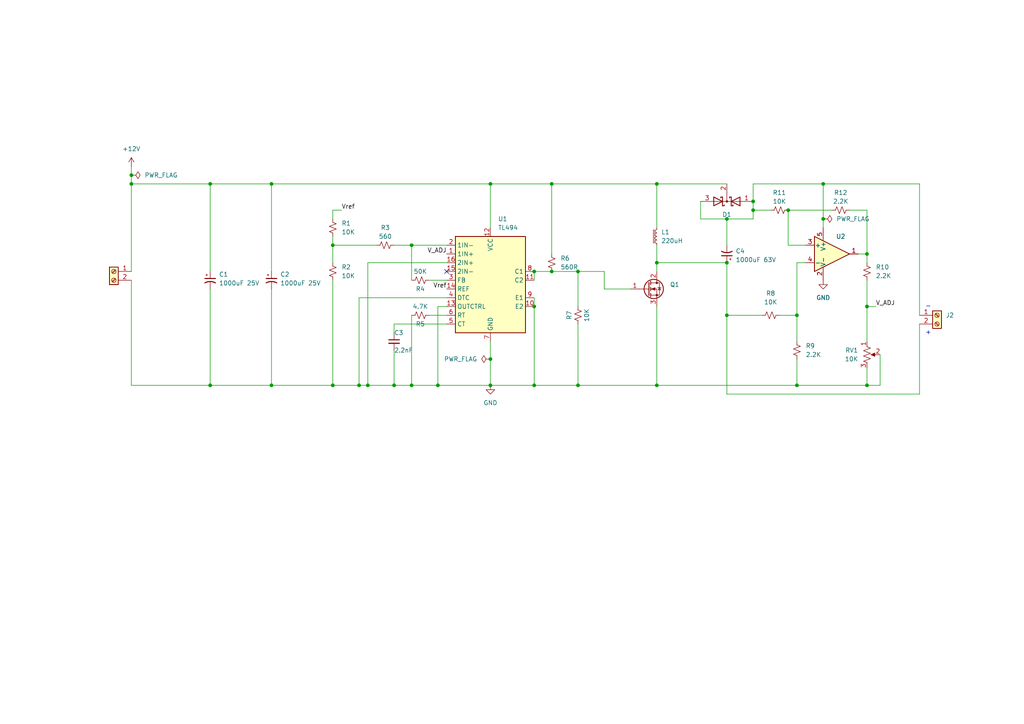
<source format=kicad_sch>
(kicad_sch
	(version 20231120)
	(generator "eeschema")
	(generator_version "8.0")
	(uuid "93bfa447-96d4-4bab-bf85-e7fcc063df80")
	(paper "A4")
	(title_block
		(title "BBBC")
		(date "2024-09-21")
		(company "Prince Lee Muhera")
	)
	(lib_symbols
		(symbol "Amplifier_Operational:ADA4610-1xRJ"
			(pin_names
				(offset 0.127)
			)
			(exclude_from_sim no)
			(in_bom yes)
			(on_board yes)
			(property "Reference" "U"
				(at -1.27 6.35 0)
				(effects
					(font
						(size 1.27 1.27)
					)
					(justify left)
				)
			)
			(property "Value" "ADA4610-1xRJ"
				(at -1.27 3.81 0)
				(effects
					(font
						(size 1.27 1.27)
					)
					(justify left)
				)
			)
			(property "Footprint" "Package_TO_SOT_SMD:SOT-23-5"
				(at -2.54 -5.08 0)
				(effects
					(font
						(size 1.27 1.27)
					)
					(justify left)
					(hide yes)
				)
			)
			(property "Datasheet" "https://www.analog.com/media/en/technical-documentation/data-sheets/ADA4610-1_4610-2_4610-4.pdf"
				(at 0 5.08 0)
				(effects
					(font
						(size 1.27 1.27)
					)
					(hide yes)
				)
			)
			(property "Description" "Low Noise, Precision, Rail-to-Rail Output, JFET Single Op Amp, SOT-23-5"
				(at 0 0 0)
				(effects
					(font
						(size 1.27 1.27)
					)
					(hide yes)
				)
			)
			(property "ki_keywords" "single opamp"
				(at 0 0 0)
				(effects
					(font
						(size 1.27 1.27)
					)
					(hide yes)
				)
			)
			(property "ki_fp_filters" "SOT?23*"
				(at 0 0 0)
				(effects
					(font
						(size 1.27 1.27)
					)
					(hide yes)
				)
			)
			(symbol "ADA4610-1xRJ_0_1"
				(polyline
					(pts
						(xy -5.08 5.08) (xy 5.08 0) (xy -5.08 -5.08) (xy -5.08 5.08)
					)
					(stroke
						(width 0.254)
						(type default)
					)
					(fill
						(type background)
					)
				)
				(pin power_in line
					(at -2.54 -7.62 90)
					(length 3.81)
					(name "V-"
						(effects
							(font
								(size 1.27 1.27)
							)
						)
					)
					(number "2"
						(effects
							(font
								(size 1.27 1.27)
							)
						)
					)
				)
				(pin power_in line
					(at -2.54 7.62 270)
					(length 3.81)
					(name "V+"
						(effects
							(font
								(size 1.27 1.27)
							)
						)
					)
					(number "5"
						(effects
							(font
								(size 1.27 1.27)
							)
						)
					)
				)
			)
			(symbol "ADA4610-1xRJ_1_1"
				(pin output line
					(at 7.62 0 180)
					(length 2.54)
					(name "~"
						(effects
							(font
								(size 1.27 1.27)
							)
						)
					)
					(number "1"
						(effects
							(font
								(size 1.27 1.27)
							)
						)
					)
				)
				(pin input line
					(at -7.62 2.54 0)
					(length 2.54)
					(name "+"
						(effects
							(font
								(size 1.27 1.27)
							)
						)
					)
					(number "3"
						(effects
							(font
								(size 1.27 1.27)
							)
						)
					)
				)
				(pin input line
					(at -7.62 -2.54 0)
					(length 2.54)
					(name "-"
						(effects
							(font
								(size 1.27 1.27)
							)
						)
					)
					(number "4"
						(effects
							(font
								(size 1.27 1.27)
							)
						)
					)
				)
			)
		)
		(symbol "Connector:Screw_Terminal_01x02"
			(pin_names
				(offset 1.016) hide)
			(exclude_from_sim no)
			(in_bom yes)
			(on_board yes)
			(property "Reference" "J"
				(at 0 2.54 0)
				(effects
					(font
						(size 1.27 1.27)
					)
				)
			)
			(property "Value" "Screw_Terminal_01x02"
				(at 0 -5.08 0)
				(effects
					(font
						(size 1.27 1.27)
					)
				)
			)
			(property "Footprint" ""
				(at 0 0 0)
				(effects
					(font
						(size 1.27 1.27)
					)
					(hide yes)
				)
			)
			(property "Datasheet" "~"
				(at 0 0 0)
				(effects
					(font
						(size 1.27 1.27)
					)
					(hide yes)
				)
			)
			(property "Description" "Generic screw terminal, single row, 01x02, script generated (kicad-library-utils/schlib/autogen/connector/)"
				(at 0 0 0)
				(effects
					(font
						(size 1.27 1.27)
					)
					(hide yes)
				)
			)
			(property "ki_keywords" "screw terminal"
				(at 0 0 0)
				(effects
					(font
						(size 1.27 1.27)
					)
					(hide yes)
				)
			)
			(property "ki_fp_filters" "TerminalBlock*:*"
				(at 0 0 0)
				(effects
					(font
						(size 1.27 1.27)
					)
					(hide yes)
				)
			)
			(symbol "Screw_Terminal_01x02_1_1"
				(rectangle
					(start -1.27 1.27)
					(end 1.27 -3.81)
					(stroke
						(width 0.254)
						(type default)
					)
					(fill
						(type background)
					)
				)
				(circle
					(center 0 -2.54)
					(radius 0.635)
					(stroke
						(width 0.1524)
						(type default)
					)
					(fill
						(type none)
					)
				)
				(polyline
					(pts
						(xy -0.5334 -2.2098) (xy 0.3302 -3.048)
					)
					(stroke
						(width 0.1524)
						(type default)
					)
					(fill
						(type none)
					)
				)
				(polyline
					(pts
						(xy -0.5334 0.3302) (xy 0.3302 -0.508)
					)
					(stroke
						(width 0.1524)
						(type default)
					)
					(fill
						(type none)
					)
				)
				(polyline
					(pts
						(xy -0.3556 -2.032) (xy 0.508 -2.8702)
					)
					(stroke
						(width 0.1524)
						(type default)
					)
					(fill
						(type none)
					)
				)
				(polyline
					(pts
						(xy -0.3556 0.508) (xy 0.508 -0.3302)
					)
					(stroke
						(width 0.1524)
						(type default)
					)
					(fill
						(type none)
					)
				)
				(circle
					(center 0 0)
					(radius 0.635)
					(stroke
						(width 0.1524)
						(type default)
					)
					(fill
						(type none)
					)
				)
				(pin passive line
					(at -5.08 0 0)
					(length 3.81)
					(name "Pin_1"
						(effects
							(font
								(size 1.27 1.27)
							)
						)
					)
					(number "1"
						(effects
							(font
								(size 1.27 1.27)
							)
						)
					)
				)
				(pin passive line
					(at -5.08 -2.54 0)
					(length 3.81)
					(name "Pin_2"
						(effects
							(font
								(size 1.27 1.27)
							)
						)
					)
					(number "2"
						(effects
							(font
								(size 1.27 1.27)
							)
						)
					)
				)
			)
		)
		(symbol "Device:C_Polarized_Small_US"
			(pin_numbers hide)
			(pin_names
				(offset 0.254) hide)
			(exclude_from_sim no)
			(in_bom yes)
			(on_board yes)
			(property "Reference" "C"
				(at 0.254 1.778 0)
				(effects
					(font
						(size 1.27 1.27)
					)
					(justify left)
				)
			)
			(property "Value" "C_Polarized_Small_US"
				(at 0.254 -2.032 0)
				(effects
					(font
						(size 1.27 1.27)
					)
					(justify left)
				)
			)
			(property "Footprint" ""
				(at 0 0 0)
				(effects
					(font
						(size 1.27 1.27)
					)
					(hide yes)
				)
			)
			(property "Datasheet" "~"
				(at 0 0 0)
				(effects
					(font
						(size 1.27 1.27)
					)
					(hide yes)
				)
			)
			(property "Description" "Polarized capacitor, small US symbol"
				(at 0 0 0)
				(effects
					(font
						(size 1.27 1.27)
					)
					(hide yes)
				)
			)
			(property "ki_keywords" "cap capacitor"
				(at 0 0 0)
				(effects
					(font
						(size 1.27 1.27)
					)
					(hide yes)
				)
			)
			(property "ki_fp_filters" "CP_*"
				(at 0 0 0)
				(effects
					(font
						(size 1.27 1.27)
					)
					(hide yes)
				)
			)
			(symbol "C_Polarized_Small_US_0_1"
				(polyline
					(pts
						(xy -1.524 0.508) (xy 1.524 0.508)
					)
					(stroke
						(width 0.3048)
						(type default)
					)
					(fill
						(type none)
					)
				)
				(polyline
					(pts
						(xy -1.27 1.524) (xy -0.762 1.524)
					)
					(stroke
						(width 0)
						(type default)
					)
					(fill
						(type none)
					)
				)
				(polyline
					(pts
						(xy -1.016 1.27) (xy -1.016 1.778)
					)
					(stroke
						(width 0)
						(type default)
					)
					(fill
						(type none)
					)
				)
				(arc
					(start 1.524 -0.762)
					(mid 0 -0.3734)
					(end -1.524 -0.762)
					(stroke
						(width 0.3048)
						(type default)
					)
					(fill
						(type none)
					)
				)
			)
			(symbol "C_Polarized_Small_US_1_1"
				(pin passive line
					(at 0 2.54 270)
					(length 2.032)
					(name "~"
						(effects
							(font
								(size 1.27 1.27)
							)
						)
					)
					(number "1"
						(effects
							(font
								(size 1.27 1.27)
							)
						)
					)
				)
				(pin passive line
					(at 0 -2.54 90)
					(length 2.032)
					(name "~"
						(effects
							(font
								(size 1.27 1.27)
							)
						)
					)
					(number "2"
						(effects
							(font
								(size 1.27 1.27)
							)
						)
					)
				)
			)
		)
		(symbol "Device:C_Small"
			(pin_numbers hide)
			(pin_names
				(offset 0.254) hide)
			(exclude_from_sim no)
			(in_bom yes)
			(on_board yes)
			(property "Reference" "C"
				(at 0.254 1.778 0)
				(effects
					(font
						(size 1.27 1.27)
					)
					(justify left)
				)
			)
			(property "Value" "C_Small"
				(at 0.254 -2.032 0)
				(effects
					(font
						(size 1.27 1.27)
					)
					(justify left)
				)
			)
			(property "Footprint" ""
				(at 0 0 0)
				(effects
					(font
						(size 1.27 1.27)
					)
					(hide yes)
				)
			)
			(property "Datasheet" "~"
				(at 0 0 0)
				(effects
					(font
						(size 1.27 1.27)
					)
					(hide yes)
				)
			)
			(property "Description" "Unpolarized capacitor, small symbol"
				(at 0 0 0)
				(effects
					(font
						(size 1.27 1.27)
					)
					(hide yes)
				)
			)
			(property "ki_keywords" "capacitor cap"
				(at 0 0 0)
				(effects
					(font
						(size 1.27 1.27)
					)
					(hide yes)
				)
			)
			(property "ki_fp_filters" "C_*"
				(at 0 0 0)
				(effects
					(font
						(size 1.27 1.27)
					)
					(hide yes)
				)
			)
			(symbol "C_Small_0_1"
				(polyline
					(pts
						(xy -1.524 -0.508) (xy 1.524 -0.508)
					)
					(stroke
						(width 0.3302)
						(type default)
					)
					(fill
						(type none)
					)
				)
				(polyline
					(pts
						(xy -1.524 0.508) (xy 1.524 0.508)
					)
					(stroke
						(width 0.3048)
						(type default)
					)
					(fill
						(type none)
					)
				)
			)
			(symbol "C_Small_1_1"
				(pin passive line
					(at 0 2.54 270)
					(length 2.032)
					(name "~"
						(effects
							(font
								(size 1.27 1.27)
							)
						)
					)
					(number "1"
						(effects
							(font
								(size 1.27 1.27)
							)
						)
					)
				)
				(pin passive line
					(at 0 -2.54 90)
					(length 2.032)
					(name "~"
						(effects
							(font
								(size 1.27 1.27)
							)
						)
					)
					(number "2"
						(effects
							(font
								(size 1.27 1.27)
							)
						)
					)
				)
			)
		)
		(symbol "Device:D_Schottky_Dual_CommonCathode_AKA"
			(pin_names
				(offset 0.762) hide)
			(exclude_from_sim no)
			(in_bom yes)
			(on_board yes)
			(property "Reference" "D"
				(at 1.27 -2.54 0)
				(effects
					(font
						(size 1.27 1.27)
					)
				)
			)
			(property "Value" "D_Schottky_Dual_CommonCathode_AKA"
				(at 0 2.54 0)
				(effects
					(font
						(size 1.27 1.27)
					)
				)
			)
			(property "Footprint" ""
				(at 0 0 0)
				(effects
					(font
						(size 1.27 1.27)
					)
					(hide yes)
				)
			)
			(property "Datasheet" "~"
				(at 0 0 0)
				(effects
					(font
						(size 1.27 1.27)
					)
					(hide yes)
				)
			)
			(property "Description" "Dual Schottky diode, common cathode on pin 2"
				(at 0 0 0)
				(effects
					(font
						(size 1.27 1.27)
					)
					(hide yes)
				)
			)
			(property "ki_keywords" "diode"
				(at 0 0 0)
				(effects
					(font
						(size 1.27 1.27)
					)
					(hide yes)
				)
			)
			(symbol "D_Schottky_Dual_CommonCathode_AKA_0_1"
				(polyline
					(pts
						(xy 0 0) (xy 0 -2.54)
					)
					(stroke
						(width 0)
						(type default)
					)
					(fill
						(type none)
					)
				)
				(polyline
					(pts
						(xy 3.81 0) (xy -3.81 0)
					)
					(stroke
						(width 0)
						(type default)
					)
					(fill
						(type none)
					)
				)
				(polyline
					(pts
						(xy -1.27 -1.27) (xy -1.27 1.27) (xy -1.27 1.27)
					)
					(stroke
						(width 0.254)
						(type default)
					)
					(fill
						(type none)
					)
				)
				(polyline
					(pts
						(xy 1.27 -1.27) (xy 1.27 1.27) (xy 1.27 1.27)
					)
					(stroke
						(width 0.254)
						(type default)
					)
					(fill
						(type none)
					)
				)
				(polyline
					(pts
						(xy -1.27 -1.27) (xy -0.762 -1.27) (xy -0.762 -1.016) (xy -0.762 -1.016)
					)
					(stroke
						(width 0.254)
						(type default)
					)
					(fill
						(type none)
					)
				)
				(polyline
					(pts
						(xy 1.27 -1.27) (xy 1.778 -1.27) (xy 1.778 -1.016) (xy 1.778 -1.016)
					)
					(stroke
						(width 0.254)
						(type default)
					)
					(fill
						(type none)
					)
				)
				(polyline
					(pts
						(xy 1.27 1.27) (xy 0.762 1.27) (xy 0.762 1.016) (xy 0.762 1.016)
					)
					(stroke
						(width 0.254)
						(type default)
					)
					(fill
						(type none)
					)
				)
				(polyline
					(pts
						(xy -1.778 1.016) (xy -1.778 1.27) (xy -1.27 1.27) (xy -1.27 1.27) (xy -1.27 1.27)
					)
					(stroke
						(width 0.254)
						(type default)
					)
					(fill
						(type none)
					)
				)
				(polyline
					(pts
						(xy -3.81 1.27) (xy -1.27 0) (xy -3.81 -1.27) (xy -3.81 1.27) (xy -3.81 1.27) (xy -3.81 1.27)
					)
					(stroke
						(width 0.254)
						(type default)
					)
					(fill
						(type none)
					)
				)
				(polyline
					(pts
						(xy 3.81 -1.27) (xy 1.27 0) (xy 3.81 1.27) (xy 3.81 -1.27) (xy 3.81 -1.27) (xy 3.81 -1.27)
					)
					(stroke
						(width 0.254)
						(type default)
					)
					(fill
						(type none)
					)
				)
				(circle
					(center 0 0)
					(radius 0.254)
					(stroke
						(width 0)
						(type default)
					)
					(fill
						(type outline)
					)
				)
				(pin passive line
					(at -7.62 0 0)
					(length 3.81)
					(name "A"
						(effects
							(font
								(size 1.27 1.27)
							)
						)
					)
					(number "1"
						(effects
							(font
								(size 1.27 1.27)
							)
						)
					)
				)
				(pin passive line
					(at 0 -5.08 90)
					(length 2.54)
					(name "K"
						(effects
							(font
								(size 1.27 1.27)
							)
						)
					)
					(number "2"
						(effects
							(font
								(size 1.27 1.27)
							)
						)
					)
				)
				(pin passive line
					(at 7.62 0 180)
					(length 3.81)
					(name "A"
						(effects
							(font
								(size 1.27 1.27)
							)
						)
					)
					(number "3"
						(effects
							(font
								(size 1.27 1.27)
							)
						)
					)
				)
			)
		)
		(symbol "Device:L_Ferrite_Small"
			(pin_numbers hide)
			(pin_names
				(offset 0.254) hide)
			(exclude_from_sim no)
			(in_bom yes)
			(on_board yes)
			(property "Reference" "L"
				(at 1.27 1.016 0)
				(effects
					(font
						(size 1.27 1.27)
					)
					(justify left)
				)
			)
			(property "Value" "L_Ferrite_Small"
				(at 1.27 -1.27 0)
				(effects
					(font
						(size 1.27 1.27)
					)
					(justify left)
				)
			)
			(property "Footprint" ""
				(at 0 0 0)
				(effects
					(font
						(size 1.27 1.27)
					)
					(hide yes)
				)
			)
			(property "Datasheet" "~"
				(at 0 0 0)
				(effects
					(font
						(size 1.27 1.27)
					)
					(hide yes)
				)
			)
			(property "Description" "Inductor with ferrite core, small symbol"
				(at 0 0 0)
				(effects
					(font
						(size 1.27 1.27)
					)
					(hide yes)
				)
			)
			(property "ki_keywords" "inductor choke coil reactor magnetic"
				(at 0 0 0)
				(effects
					(font
						(size 1.27 1.27)
					)
					(hide yes)
				)
			)
			(property "ki_fp_filters" "Choke_* *Coil* Inductor_* L_*"
				(at 0 0 0)
				(effects
					(font
						(size 1.27 1.27)
					)
					(hide yes)
				)
			)
			(symbol "L_Ferrite_Small_0_1"
				(arc
					(start 0 -2.032)
					(mid 0.5058 -1.524)
					(end 0 -1.016)
					(stroke
						(width 0)
						(type default)
					)
					(fill
						(type none)
					)
				)
				(arc
					(start 0 -1.016)
					(mid 0.5058 -0.508)
					(end 0 0)
					(stroke
						(width 0)
						(type default)
					)
					(fill
						(type none)
					)
				)
				(polyline
					(pts
						(xy 0.762 -1.905) (xy 0.762 -1.651)
					)
					(stroke
						(width 0)
						(type default)
					)
					(fill
						(type none)
					)
				)
				(polyline
					(pts
						(xy 0.762 -1.397) (xy 0.762 -1.143)
					)
					(stroke
						(width 0)
						(type default)
					)
					(fill
						(type none)
					)
				)
				(polyline
					(pts
						(xy 0.762 -0.889) (xy 0.762 -0.635)
					)
					(stroke
						(width 0)
						(type default)
					)
					(fill
						(type none)
					)
				)
				(polyline
					(pts
						(xy 0.762 -0.381) (xy 0.762 -0.127)
					)
					(stroke
						(width 0)
						(type default)
					)
					(fill
						(type none)
					)
				)
				(polyline
					(pts
						(xy 0.762 0.127) (xy 0.762 0.381)
					)
					(stroke
						(width 0)
						(type default)
					)
					(fill
						(type none)
					)
				)
				(polyline
					(pts
						(xy 0.762 0.635) (xy 0.762 0.889)
					)
					(stroke
						(width 0)
						(type default)
					)
					(fill
						(type none)
					)
				)
				(polyline
					(pts
						(xy 0.762 1.143) (xy 0.762 1.397)
					)
					(stroke
						(width 0)
						(type default)
					)
					(fill
						(type none)
					)
				)
				(polyline
					(pts
						(xy 0.762 1.651) (xy 0.762 1.905)
					)
					(stroke
						(width 0)
						(type default)
					)
					(fill
						(type none)
					)
				)
				(polyline
					(pts
						(xy 1.016 -1.651) (xy 1.016 -1.905)
					)
					(stroke
						(width 0)
						(type default)
					)
					(fill
						(type none)
					)
				)
				(polyline
					(pts
						(xy 1.016 -1.143) (xy 1.016 -1.397)
					)
					(stroke
						(width 0)
						(type default)
					)
					(fill
						(type none)
					)
				)
				(polyline
					(pts
						(xy 1.016 -0.635) (xy 1.016 -0.889)
					)
					(stroke
						(width 0)
						(type default)
					)
					(fill
						(type none)
					)
				)
				(polyline
					(pts
						(xy 1.016 -0.127) (xy 1.016 -0.381)
					)
					(stroke
						(width 0)
						(type default)
					)
					(fill
						(type none)
					)
				)
				(polyline
					(pts
						(xy 1.016 0.381) (xy 1.016 0.127)
					)
					(stroke
						(width 0)
						(type default)
					)
					(fill
						(type none)
					)
				)
				(polyline
					(pts
						(xy 1.016 0.889) (xy 1.016 0.635)
					)
					(stroke
						(width 0)
						(type default)
					)
					(fill
						(type none)
					)
				)
				(polyline
					(pts
						(xy 1.016 1.397) (xy 1.016 1.143)
					)
					(stroke
						(width 0)
						(type default)
					)
					(fill
						(type none)
					)
				)
				(polyline
					(pts
						(xy 1.016 1.905) (xy 1.016 1.651)
					)
					(stroke
						(width 0)
						(type default)
					)
					(fill
						(type none)
					)
				)
				(arc
					(start 0 0)
					(mid 0.5058 0.508)
					(end 0 1.016)
					(stroke
						(width 0)
						(type default)
					)
					(fill
						(type none)
					)
				)
				(arc
					(start 0 1.016)
					(mid 0.5058 1.524)
					(end 0 2.032)
					(stroke
						(width 0)
						(type default)
					)
					(fill
						(type none)
					)
				)
			)
			(symbol "L_Ferrite_Small_1_1"
				(pin passive line
					(at 0 2.54 270)
					(length 0.508)
					(name "~"
						(effects
							(font
								(size 1.27 1.27)
							)
						)
					)
					(number "1"
						(effects
							(font
								(size 1.27 1.27)
							)
						)
					)
				)
				(pin passive line
					(at 0 -2.54 90)
					(length 0.508)
					(name "~"
						(effects
							(font
								(size 1.27 1.27)
							)
						)
					)
					(number "2"
						(effects
							(font
								(size 1.27 1.27)
							)
						)
					)
				)
			)
		)
		(symbol "Device:R_Potentiometer_US"
			(pin_names
				(offset 1.016) hide)
			(exclude_from_sim no)
			(in_bom yes)
			(on_board yes)
			(property "Reference" "RV"
				(at -4.445 0 90)
				(effects
					(font
						(size 1.27 1.27)
					)
				)
			)
			(property "Value" "R_Potentiometer_US"
				(at -2.54 0 90)
				(effects
					(font
						(size 1.27 1.27)
					)
				)
			)
			(property "Footprint" ""
				(at 0 0 0)
				(effects
					(font
						(size 1.27 1.27)
					)
					(hide yes)
				)
			)
			(property "Datasheet" "~"
				(at 0 0 0)
				(effects
					(font
						(size 1.27 1.27)
					)
					(hide yes)
				)
			)
			(property "Description" "Potentiometer, US symbol"
				(at 0 0 0)
				(effects
					(font
						(size 1.27 1.27)
					)
					(hide yes)
				)
			)
			(property "ki_keywords" "resistor variable"
				(at 0 0 0)
				(effects
					(font
						(size 1.27 1.27)
					)
					(hide yes)
				)
			)
			(property "ki_fp_filters" "Potentiometer*"
				(at 0 0 0)
				(effects
					(font
						(size 1.27 1.27)
					)
					(hide yes)
				)
			)
			(symbol "R_Potentiometer_US_0_1"
				(polyline
					(pts
						(xy 0 -2.286) (xy 0 -2.54)
					)
					(stroke
						(width 0)
						(type default)
					)
					(fill
						(type none)
					)
				)
				(polyline
					(pts
						(xy 0 2.54) (xy 0 2.286)
					)
					(stroke
						(width 0)
						(type default)
					)
					(fill
						(type none)
					)
				)
				(polyline
					(pts
						(xy 2.54 0) (xy 1.524 0)
					)
					(stroke
						(width 0)
						(type default)
					)
					(fill
						(type none)
					)
				)
				(polyline
					(pts
						(xy 1.143 0) (xy 2.286 0.508) (xy 2.286 -0.508) (xy 1.143 0)
					)
					(stroke
						(width 0)
						(type default)
					)
					(fill
						(type outline)
					)
				)
				(polyline
					(pts
						(xy 0 -0.762) (xy 1.016 -1.143) (xy 0 -1.524) (xy -1.016 -1.905) (xy 0 -2.286)
					)
					(stroke
						(width 0)
						(type default)
					)
					(fill
						(type none)
					)
				)
				(polyline
					(pts
						(xy 0 0.762) (xy 1.016 0.381) (xy 0 0) (xy -1.016 -0.381) (xy 0 -0.762)
					)
					(stroke
						(width 0)
						(type default)
					)
					(fill
						(type none)
					)
				)
				(polyline
					(pts
						(xy 0 2.286) (xy 1.016 1.905) (xy 0 1.524) (xy -1.016 1.143) (xy 0 0.762)
					)
					(stroke
						(width 0)
						(type default)
					)
					(fill
						(type none)
					)
				)
			)
			(symbol "R_Potentiometer_US_1_1"
				(pin passive line
					(at 0 3.81 270)
					(length 1.27)
					(name "1"
						(effects
							(font
								(size 1.27 1.27)
							)
						)
					)
					(number "1"
						(effects
							(font
								(size 1.27 1.27)
							)
						)
					)
				)
				(pin passive line
					(at 3.81 0 180)
					(length 1.27)
					(name "2"
						(effects
							(font
								(size 1.27 1.27)
							)
						)
					)
					(number "2"
						(effects
							(font
								(size 1.27 1.27)
							)
						)
					)
				)
				(pin passive line
					(at 0 -3.81 90)
					(length 1.27)
					(name "3"
						(effects
							(font
								(size 1.27 1.27)
							)
						)
					)
					(number "3"
						(effects
							(font
								(size 1.27 1.27)
							)
						)
					)
				)
			)
		)
		(symbol "Device:R_Small_US"
			(pin_numbers hide)
			(pin_names
				(offset 0.254) hide)
			(exclude_from_sim no)
			(in_bom yes)
			(on_board yes)
			(property "Reference" "R"
				(at 0.762 0.508 0)
				(effects
					(font
						(size 1.27 1.27)
					)
					(justify left)
				)
			)
			(property "Value" "R_Small_US"
				(at 0.762 -1.016 0)
				(effects
					(font
						(size 1.27 1.27)
					)
					(justify left)
				)
			)
			(property "Footprint" ""
				(at 0 0 0)
				(effects
					(font
						(size 1.27 1.27)
					)
					(hide yes)
				)
			)
			(property "Datasheet" "~"
				(at 0 0 0)
				(effects
					(font
						(size 1.27 1.27)
					)
					(hide yes)
				)
			)
			(property "Description" "Resistor, small US symbol"
				(at 0 0 0)
				(effects
					(font
						(size 1.27 1.27)
					)
					(hide yes)
				)
			)
			(property "ki_keywords" "r resistor"
				(at 0 0 0)
				(effects
					(font
						(size 1.27 1.27)
					)
					(hide yes)
				)
			)
			(property "ki_fp_filters" "R_*"
				(at 0 0 0)
				(effects
					(font
						(size 1.27 1.27)
					)
					(hide yes)
				)
			)
			(symbol "R_Small_US_1_1"
				(polyline
					(pts
						(xy 0 0) (xy 1.016 -0.381) (xy 0 -0.762) (xy -1.016 -1.143) (xy 0 -1.524)
					)
					(stroke
						(width 0)
						(type default)
					)
					(fill
						(type none)
					)
				)
				(polyline
					(pts
						(xy 0 1.524) (xy 1.016 1.143) (xy 0 0.762) (xy -1.016 0.381) (xy 0 0)
					)
					(stroke
						(width 0)
						(type default)
					)
					(fill
						(type none)
					)
				)
				(pin passive line
					(at 0 2.54 270)
					(length 1.016)
					(name "~"
						(effects
							(font
								(size 1.27 1.27)
							)
						)
					)
					(number "1"
						(effects
							(font
								(size 1.27 1.27)
							)
						)
					)
				)
				(pin passive line
					(at 0 -2.54 90)
					(length 1.016)
					(name "~"
						(effects
							(font
								(size 1.27 1.27)
							)
						)
					)
					(number "2"
						(effects
							(font
								(size 1.27 1.27)
							)
						)
					)
				)
			)
		)
		(symbol "Regulator_Controller:TL494"
			(exclude_from_sim no)
			(in_bom yes)
			(on_board yes)
			(property "Reference" "U"
				(at 3.81 19.05 0)
				(effects
					(font
						(size 1.27 1.27)
					)
					(justify left)
				)
			)
			(property "Value" "TL494"
				(at 3.81 16.51 0)
				(effects
					(font
						(size 1.27 1.27)
					)
					(justify left)
				)
			)
			(property "Footprint" ""
				(at 0 0 0)
				(effects
					(font
						(size 1.27 1.27)
					)
					(hide yes)
				)
			)
			(property "Datasheet" "http://www.ti.com/lit/ds/symlink/tl494.pdf"
				(at 0 0 0)
				(effects
					(font
						(size 1.27 1.27)
					)
					(hide yes)
				)
			)
			(property "Description" "Pulse-Width-Modulation Control Circuits, PDIP-16/SOIC-16/TSSOP-16"
				(at 0 0 0)
				(effects
					(font
						(size 1.27 1.27)
					)
					(hide yes)
				)
			)
			(property "ki_keywords" "SMPS PWM Controller"
				(at 0 0 0)
				(effects
					(font
						(size 1.27 1.27)
					)
					(hide yes)
				)
			)
			(property "ki_fp_filters" "TSSOP*4.4x5mm*P0.65mm* SOIC*3.9x9.9mm*P1.27mm* SOIC*5.3x10.2mm*P1.27mm* DIP*W7.62mm*"
				(at 0 0 0)
				(effects
					(font
						(size 1.27 1.27)
					)
					(hide yes)
				)
			)
			(symbol "TL494_0_1"
				(rectangle
					(start -10.16 -12.7)
					(end 10.16 15.24)
					(stroke
						(width 0.254)
						(type default)
					)
					(fill
						(type background)
					)
				)
			)
			(symbol "TL494_1_1"
				(pin input line
					(at -12.7 10.16 0)
					(length 2.54)
					(name "1IN+"
						(effects
							(font
								(size 1.27 1.27)
							)
						)
					)
					(number "1"
						(effects
							(font
								(size 1.27 1.27)
							)
						)
					)
				)
				(pin passive line
					(at 12.7 -5.08 180)
					(length 2.54)
					(name "E2"
						(effects
							(font
								(size 1.27 1.27)
							)
						)
					)
					(number "10"
						(effects
							(font
								(size 1.27 1.27)
							)
						)
					)
				)
				(pin passive line
					(at 12.7 2.54 180)
					(length 2.54)
					(name "C2"
						(effects
							(font
								(size 1.27 1.27)
							)
						)
					)
					(number "11"
						(effects
							(font
								(size 1.27 1.27)
							)
						)
					)
				)
				(pin power_in line
					(at 0 17.78 270)
					(length 2.54)
					(name "VCC"
						(effects
							(font
								(size 1.27 1.27)
							)
						)
					)
					(number "12"
						(effects
							(font
								(size 1.27 1.27)
							)
						)
					)
				)
				(pin input line
					(at -12.7 -5.08 0)
					(length 2.54)
					(name "OUTCTRL"
						(effects
							(font
								(size 1.27 1.27)
							)
						)
					)
					(number "13"
						(effects
							(font
								(size 1.27 1.27)
							)
						)
					)
				)
				(pin power_out line
					(at -12.7 0 0)
					(length 2.54)
					(name "REF"
						(effects
							(font
								(size 1.27 1.27)
							)
						)
					)
					(number "14"
						(effects
							(font
								(size 1.27 1.27)
							)
						)
					)
				)
				(pin input line
					(at -12.7 5.08 0)
					(length 2.54)
					(name "2IN-"
						(effects
							(font
								(size 1.27 1.27)
							)
						)
					)
					(number "15"
						(effects
							(font
								(size 1.27 1.27)
							)
						)
					)
				)
				(pin input line
					(at -12.7 7.62 0)
					(length 2.54)
					(name "2IN+"
						(effects
							(font
								(size 1.27 1.27)
							)
						)
					)
					(number "16"
						(effects
							(font
								(size 1.27 1.27)
							)
						)
					)
				)
				(pin input line
					(at -12.7 12.7 0)
					(length 2.54)
					(name "1IN-"
						(effects
							(font
								(size 1.27 1.27)
							)
						)
					)
					(number "2"
						(effects
							(font
								(size 1.27 1.27)
							)
						)
					)
				)
				(pin output line
					(at -12.7 2.54 0)
					(length 2.54)
					(name "FB"
						(effects
							(font
								(size 1.27 1.27)
							)
						)
					)
					(number "3"
						(effects
							(font
								(size 1.27 1.27)
							)
						)
					)
				)
				(pin input line
					(at -12.7 -2.54 0)
					(length 2.54)
					(name "DTC"
						(effects
							(font
								(size 1.27 1.27)
							)
						)
					)
					(number "4"
						(effects
							(font
								(size 1.27 1.27)
							)
						)
					)
				)
				(pin passive line
					(at -12.7 -10.16 0)
					(length 2.54)
					(name "CT"
						(effects
							(font
								(size 1.27 1.27)
							)
						)
					)
					(number "5"
						(effects
							(font
								(size 1.27 1.27)
							)
						)
					)
				)
				(pin passive line
					(at -12.7 -7.62 0)
					(length 2.54)
					(name "RT"
						(effects
							(font
								(size 1.27 1.27)
							)
						)
					)
					(number "6"
						(effects
							(font
								(size 1.27 1.27)
							)
						)
					)
				)
				(pin power_in line
					(at 0 -15.24 90)
					(length 2.54)
					(name "GND"
						(effects
							(font
								(size 1.27 1.27)
							)
						)
					)
					(number "7"
						(effects
							(font
								(size 1.27 1.27)
							)
						)
					)
				)
				(pin passive line
					(at 12.7 5.08 180)
					(length 2.54)
					(name "C1"
						(effects
							(font
								(size 1.27 1.27)
							)
						)
					)
					(number "8"
						(effects
							(font
								(size 1.27 1.27)
							)
						)
					)
				)
				(pin passive line
					(at 12.7 -2.54 180)
					(length 2.54)
					(name "E1"
						(effects
							(font
								(size 1.27 1.27)
							)
						)
					)
					(number "9"
						(effects
							(font
								(size 1.27 1.27)
							)
						)
					)
				)
			)
		)
		(symbol "Transistor_FET:IRF540N"
			(pin_names hide)
			(exclude_from_sim no)
			(in_bom yes)
			(on_board yes)
			(property "Reference" "Q"
				(at 5.08 1.905 0)
				(effects
					(font
						(size 1.27 1.27)
					)
					(justify left)
				)
			)
			(property "Value" "IRF540N"
				(at 5.08 0 0)
				(effects
					(font
						(size 1.27 1.27)
					)
					(justify left)
				)
			)
			(property "Footprint" "Package_TO_SOT_THT:TO-220-3_Vertical"
				(at 5.08 -1.905 0)
				(effects
					(font
						(size 1.27 1.27)
						(italic yes)
					)
					(justify left)
					(hide yes)
				)
			)
			(property "Datasheet" "http://www.irf.com/product-info/datasheets/data/irf540n.pdf"
				(at 5.08 -3.81 0)
				(effects
					(font
						(size 1.27 1.27)
					)
					(justify left)
					(hide yes)
				)
			)
			(property "Description" "33A Id, 100V Vds, HEXFET N-Channel MOSFET, TO-220"
				(at 0 0 0)
				(effects
					(font
						(size 1.27 1.27)
					)
					(hide yes)
				)
			)
			(property "ki_keywords" "HEXFET N-Channel MOSFET"
				(at 0 0 0)
				(effects
					(font
						(size 1.27 1.27)
					)
					(hide yes)
				)
			)
			(property "ki_fp_filters" "TO?220*"
				(at 0 0 0)
				(effects
					(font
						(size 1.27 1.27)
					)
					(hide yes)
				)
			)
			(symbol "IRF540N_0_1"
				(polyline
					(pts
						(xy 0.254 0) (xy -2.54 0)
					)
					(stroke
						(width 0)
						(type default)
					)
					(fill
						(type none)
					)
				)
				(polyline
					(pts
						(xy 0.254 1.905) (xy 0.254 -1.905)
					)
					(stroke
						(width 0.254)
						(type default)
					)
					(fill
						(type none)
					)
				)
				(polyline
					(pts
						(xy 0.762 -1.27) (xy 0.762 -2.286)
					)
					(stroke
						(width 0.254)
						(type default)
					)
					(fill
						(type none)
					)
				)
				(polyline
					(pts
						(xy 0.762 0.508) (xy 0.762 -0.508)
					)
					(stroke
						(width 0.254)
						(type default)
					)
					(fill
						(type none)
					)
				)
				(polyline
					(pts
						(xy 0.762 2.286) (xy 0.762 1.27)
					)
					(stroke
						(width 0.254)
						(type default)
					)
					(fill
						(type none)
					)
				)
				(polyline
					(pts
						(xy 2.54 2.54) (xy 2.54 1.778)
					)
					(stroke
						(width 0)
						(type default)
					)
					(fill
						(type none)
					)
				)
				(polyline
					(pts
						(xy 2.54 -2.54) (xy 2.54 0) (xy 0.762 0)
					)
					(stroke
						(width 0)
						(type default)
					)
					(fill
						(type none)
					)
				)
				(polyline
					(pts
						(xy 0.762 -1.778) (xy 3.302 -1.778) (xy 3.302 1.778) (xy 0.762 1.778)
					)
					(stroke
						(width 0)
						(type default)
					)
					(fill
						(type none)
					)
				)
				(polyline
					(pts
						(xy 1.016 0) (xy 2.032 0.381) (xy 2.032 -0.381) (xy 1.016 0)
					)
					(stroke
						(width 0)
						(type default)
					)
					(fill
						(type outline)
					)
				)
				(polyline
					(pts
						(xy 2.794 0.508) (xy 2.921 0.381) (xy 3.683 0.381) (xy 3.81 0.254)
					)
					(stroke
						(width 0)
						(type default)
					)
					(fill
						(type none)
					)
				)
				(polyline
					(pts
						(xy 3.302 0.381) (xy 2.921 -0.254) (xy 3.683 -0.254) (xy 3.302 0.381)
					)
					(stroke
						(width 0)
						(type default)
					)
					(fill
						(type none)
					)
				)
				(circle
					(center 1.651 0)
					(radius 2.794)
					(stroke
						(width 0.254)
						(type default)
					)
					(fill
						(type none)
					)
				)
				(circle
					(center 2.54 -1.778)
					(radius 0.254)
					(stroke
						(width 0)
						(type default)
					)
					(fill
						(type outline)
					)
				)
				(circle
					(center 2.54 1.778)
					(radius 0.254)
					(stroke
						(width 0)
						(type default)
					)
					(fill
						(type outline)
					)
				)
			)
			(symbol "IRF540N_1_1"
				(pin input line
					(at -5.08 0 0)
					(length 2.54)
					(name "G"
						(effects
							(font
								(size 1.27 1.27)
							)
						)
					)
					(number "1"
						(effects
							(font
								(size 1.27 1.27)
							)
						)
					)
				)
				(pin passive line
					(at 2.54 5.08 270)
					(length 2.54)
					(name "D"
						(effects
							(font
								(size 1.27 1.27)
							)
						)
					)
					(number "2"
						(effects
							(font
								(size 1.27 1.27)
							)
						)
					)
				)
				(pin passive line
					(at 2.54 -5.08 90)
					(length 2.54)
					(name "S"
						(effects
							(font
								(size 1.27 1.27)
							)
						)
					)
					(number "3"
						(effects
							(font
								(size 1.27 1.27)
							)
						)
					)
				)
			)
		)
		(symbol "power:+12V"
			(power)
			(pin_numbers hide)
			(pin_names
				(offset 0) hide)
			(exclude_from_sim no)
			(in_bom yes)
			(on_board yes)
			(property "Reference" "#PWR"
				(at 0 -3.81 0)
				(effects
					(font
						(size 1.27 1.27)
					)
					(hide yes)
				)
			)
			(property "Value" "+12V"
				(at 0 3.556 0)
				(effects
					(font
						(size 1.27 1.27)
					)
				)
			)
			(property "Footprint" ""
				(at 0 0 0)
				(effects
					(font
						(size 1.27 1.27)
					)
					(hide yes)
				)
			)
			(property "Datasheet" ""
				(at 0 0 0)
				(effects
					(font
						(size 1.27 1.27)
					)
					(hide yes)
				)
			)
			(property "Description" "Power symbol creates a global label with name \"+12V\""
				(at 0 0 0)
				(effects
					(font
						(size 1.27 1.27)
					)
					(hide yes)
				)
			)
			(property "ki_keywords" "global power"
				(at 0 0 0)
				(effects
					(font
						(size 1.27 1.27)
					)
					(hide yes)
				)
			)
			(symbol "+12V_0_1"
				(polyline
					(pts
						(xy -0.762 1.27) (xy 0 2.54)
					)
					(stroke
						(width 0)
						(type default)
					)
					(fill
						(type none)
					)
				)
				(polyline
					(pts
						(xy 0 0) (xy 0 2.54)
					)
					(stroke
						(width 0)
						(type default)
					)
					(fill
						(type none)
					)
				)
				(polyline
					(pts
						(xy 0 2.54) (xy 0.762 1.27)
					)
					(stroke
						(width 0)
						(type default)
					)
					(fill
						(type none)
					)
				)
			)
			(symbol "+12V_1_1"
				(pin power_in line
					(at 0 0 90)
					(length 0)
					(name "~"
						(effects
							(font
								(size 1.27 1.27)
							)
						)
					)
					(number "1"
						(effects
							(font
								(size 1.27 1.27)
							)
						)
					)
				)
			)
		)
		(symbol "power:GND"
			(power)
			(pin_numbers hide)
			(pin_names
				(offset 0) hide)
			(exclude_from_sim no)
			(in_bom yes)
			(on_board yes)
			(property "Reference" "#PWR"
				(at 0 -6.35 0)
				(effects
					(font
						(size 1.27 1.27)
					)
					(hide yes)
				)
			)
			(property "Value" "GND"
				(at 0 -3.81 0)
				(effects
					(font
						(size 1.27 1.27)
					)
				)
			)
			(property "Footprint" ""
				(at 0 0 0)
				(effects
					(font
						(size 1.27 1.27)
					)
					(hide yes)
				)
			)
			(property "Datasheet" ""
				(at 0 0 0)
				(effects
					(font
						(size 1.27 1.27)
					)
					(hide yes)
				)
			)
			(property "Description" "Power symbol creates a global label with name \"GND\" , ground"
				(at 0 0 0)
				(effects
					(font
						(size 1.27 1.27)
					)
					(hide yes)
				)
			)
			(property "ki_keywords" "global power"
				(at 0 0 0)
				(effects
					(font
						(size 1.27 1.27)
					)
					(hide yes)
				)
			)
			(symbol "GND_0_1"
				(polyline
					(pts
						(xy 0 0) (xy 0 -1.27) (xy 1.27 -1.27) (xy 0 -2.54) (xy -1.27 -1.27) (xy 0 -1.27)
					)
					(stroke
						(width 0)
						(type default)
					)
					(fill
						(type none)
					)
				)
			)
			(symbol "GND_1_1"
				(pin power_in line
					(at 0 0 270)
					(length 0)
					(name "~"
						(effects
							(font
								(size 1.27 1.27)
							)
						)
					)
					(number "1"
						(effects
							(font
								(size 1.27 1.27)
							)
						)
					)
				)
			)
		)
		(symbol "power:PWR_FLAG"
			(power)
			(pin_numbers hide)
			(pin_names
				(offset 0) hide)
			(exclude_from_sim no)
			(in_bom yes)
			(on_board yes)
			(property "Reference" "#FLG"
				(at 0 1.905 0)
				(effects
					(font
						(size 1.27 1.27)
					)
					(hide yes)
				)
			)
			(property "Value" "PWR_FLAG"
				(at 0 3.81 0)
				(effects
					(font
						(size 1.27 1.27)
					)
				)
			)
			(property "Footprint" ""
				(at 0 0 0)
				(effects
					(font
						(size 1.27 1.27)
					)
					(hide yes)
				)
			)
			(property "Datasheet" "~"
				(at 0 0 0)
				(effects
					(font
						(size 1.27 1.27)
					)
					(hide yes)
				)
			)
			(property "Description" "Special symbol for telling ERC where power comes from"
				(at 0 0 0)
				(effects
					(font
						(size 1.27 1.27)
					)
					(hide yes)
				)
			)
			(property "ki_keywords" "flag power"
				(at 0 0 0)
				(effects
					(font
						(size 1.27 1.27)
					)
					(hide yes)
				)
			)
			(symbol "PWR_FLAG_0_0"
				(pin power_out line
					(at 0 0 90)
					(length 0)
					(name "~"
						(effects
							(font
								(size 1.27 1.27)
							)
						)
					)
					(number "1"
						(effects
							(font
								(size 1.27 1.27)
							)
						)
					)
				)
			)
			(symbol "PWR_FLAG_0_1"
				(polyline
					(pts
						(xy 0 0) (xy 0 1.27) (xy -1.016 1.905) (xy 0 2.54) (xy 1.016 1.905) (xy 0 1.27)
					)
					(stroke
						(width 0)
						(type default)
					)
					(fill
						(type none)
					)
				)
			)
		)
	)
	(junction
		(at 142.24 111.76)
		(diameter 0)
		(color 0 0 0 0)
		(uuid "06023594-406d-4d0e-aae6-8e62b8374843")
	)
	(junction
		(at 228.6 60.96)
		(diameter 0)
		(color 0 0 0 0)
		(uuid "06b2272c-d5bd-4027-b095-52208bf00f7d")
	)
	(junction
		(at 119.38 111.76)
		(diameter 0)
		(color 0 0 0 0)
		(uuid "18bf558d-fd9f-45bb-bba6-d21585198e57")
	)
	(junction
		(at 218.44 58.42)
		(diameter 0)
		(color 0 0 0 0)
		(uuid "240abf19-2362-4f55-8056-8af97a92364a")
	)
	(junction
		(at 160.02 78.74)
		(diameter 0)
		(color 0 0 0 0)
		(uuid "2415f768-edf5-451e-a2f6-0b8a6bd38fc6")
	)
	(junction
		(at 119.38 71.12)
		(diameter 0)
		(color 0 0 0 0)
		(uuid "2a05b41e-7d45-441c-9a7e-a3cc849cb85a")
	)
	(junction
		(at 142.24 104.14)
		(diameter 0)
		(color 0 0 0 0)
		(uuid "2ca7a81a-aba9-45de-97ee-263d5be862da")
	)
	(junction
		(at 190.5 53.34)
		(diameter 0)
		(color 0 0 0 0)
		(uuid "2e48d83e-b957-43e5-a97c-33ec81cd893f")
	)
	(junction
		(at 231.14 91.44)
		(diameter 0)
		(color 0 0 0 0)
		(uuid "309a9e81-2041-427d-baad-9137db0b40d9")
	)
	(junction
		(at 251.46 111.76)
		(diameter 0)
		(color 0 0 0 0)
		(uuid "339344db-3809-4fa7-89ef-43a4acde0a5c")
	)
	(junction
		(at 238.76 63.5)
		(diameter 0)
		(color 0 0 0 0)
		(uuid "41df4b47-ba84-4cd4-acba-eab0bf96b76f")
	)
	(junction
		(at 78.74 53.34)
		(diameter 0)
		(color 0 0 0 0)
		(uuid "4287f828-579d-423a-89aa-65e0769cf9ad")
	)
	(junction
		(at 38.1 53.34)
		(diameter 0)
		(color 0 0 0 0)
		(uuid "4535e456-9350-44c0-8994-78319d68261f")
	)
	(junction
		(at 190.5 111.76)
		(diameter 0)
		(color 0 0 0 0)
		(uuid "552c04b8-db79-4d2a-b921-381242a1f8d1")
	)
	(junction
		(at 38.1 50.8)
		(diameter 0)
		(color 0 0 0 0)
		(uuid "5970444b-31da-4477-bb76-eff292ecdfeb")
	)
	(junction
		(at 154.94 88.9)
		(diameter 0)
		(color 0 0 0 0)
		(uuid "5c07ad31-0316-4ecb-9c70-6d6e55f7e496")
	)
	(junction
		(at 210.82 63.5)
		(diameter 0)
		(color 0 0 0 0)
		(uuid "5e18f7a7-99d0-4fe1-8cb0-d3e5ec522fda")
	)
	(junction
		(at 167.64 111.76)
		(diameter 0)
		(color 0 0 0 0)
		(uuid "5e7fa2f2-ee9c-44cb-9c4d-b4e01f5244bc")
	)
	(junction
		(at 60.96 53.34)
		(diameter 0)
		(color 0 0 0 0)
		(uuid "67d923a5-bef1-488a-8f4e-f7c7205c24ed")
	)
	(junction
		(at 127 111.76)
		(diameter 0)
		(color 0 0 0 0)
		(uuid "7b796086-214f-4ddc-af3c-d8adceb63fa2")
	)
	(junction
		(at 114.3 111.76)
		(diameter 0)
		(color 0 0 0 0)
		(uuid "7f01c490-2782-40d1-a947-16243ef38fd9")
	)
	(junction
		(at 60.96 111.76)
		(diameter 0)
		(color 0 0 0 0)
		(uuid "803811c1-b11b-4f0f-8bf1-fb77b76a4b38")
	)
	(junction
		(at 251.46 73.66)
		(diameter 0)
		(color 0 0 0 0)
		(uuid "8b79662d-f8a2-442a-a5e5-cef39cf86535")
	)
	(junction
		(at 78.74 111.76)
		(diameter 0)
		(color 0 0 0 0)
		(uuid "8c97478b-8e81-43e7-a6f8-92cee746e4c1")
	)
	(junction
		(at 154.94 78.74)
		(diameter 0)
		(color 0 0 0 0)
		(uuid "ae9fcb52-a392-48bc-a3c0-38293a97a609")
	)
	(junction
		(at 96.52 111.76)
		(diameter 0)
		(color 0 0 0 0)
		(uuid "b2d2351a-aec6-406e-b4aa-8212f039e965")
	)
	(junction
		(at 218.44 60.96)
		(diameter 0)
		(color 0 0 0 0)
		(uuid "b717f529-72e0-4fe4-a741-3d3dcffceebe")
	)
	(junction
		(at 142.24 53.34)
		(diameter 0)
		(color 0 0 0 0)
		(uuid "b8767556-ad98-4712-84ed-a683b0c0c3b6")
	)
	(junction
		(at 96.52 71.12)
		(diameter 0)
		(color 0 0 0 0)
		(uuid "c41ba843-9493-45f6-90bd-2d3a3cd08939")
	)
	(junction
		(at 210.82 76.2)
		(diameter 0)
		(color 0 0 0 0)
		(uuid "c4cfe853-2b38-45e1-a2ec-6ffd843c356f")
	)
	(junction
		(at 190.5 76.2)
		(diameter 0)
		(color 0 0 0 0)
		(uuid "c9e5d1c1-ea67-48ba-9d0b-6694ae8c58e9")
	)
	(junction
		(at 210.82 91.44)
		(diameter 0)
		(color 0 0 0 0)
		(uuid "ccbe5ee1-f83c-4e93-b3ba-a3f489ccfb3f")
	)
	(junction
		(at 167.64 78.74)
		(diameter 0)
		(color 0 0 0 0)
		(uuid "d3264b94-17aa-4491-a318-de3acd3fbe1f")
	)
	(junction
		(at 154.94 111.76)
		(diameter 0)
		(color 0 0 0 0)
		(uuid "d42762f1-e0a1-4567-9a55-ee100b374689")
	)
	(junction
		(at 106.68 111.76)
		(diameter 0)
		(color 0 0 0 0)
		(uuid "f423d769-51fa-496f-ad05-6dc94537a375")
	)
	(junction
		(at 238.76 53.34)
		(diameter 0)
		(color 0 0 0 0)
		(uuid "f4f3c2fe-45b8-42f9-bf86-d2dcdaf847e6")
	)
	(junction
		(at 251.46 88.9)
		(diameter 0)
		(color 0 0 0 0)
		(uuid "f7b1227a-9056-4fdf-9814-6bceaffb361b")
	)
	(junction
		(at 231.14 111.76)
		(diameter 0)
		(color 0 0 0 0)
		(uuid "f8111327-6f06-47db-b11f-da142c3dcd7f")
	)
	(junction
		(at 104.14 111.76)
		(diameter 0)
		(color 0 0 0 0)
		(uuid "f8be5fe2-3d16-4125-9236-cb65470dcbff")
	)
	(junction
		(at 160.02 53.34)
		(diameter 0)
		(color 0 0 0 0)
		(uuid "fbed2112-ba07-490e-9a8f-bef4a6c85695")
	)
	(no_connect
		(at 129.54 78.74)
		(uuid "162ecc81-22f3-404d-8913-7df7767dcf3f")
	)
	(wire
		(pts
			(xy 228.6 71.12) (xy 233.68 71.12)
		)
		(stroke
			(width 0)
			(type default)
		)
		(uuid "03410751-4889-4ca6-883d-9ad765d537d7")
	)
	(wire
		(pts
			(xy 160.02 53.34) (xy 160.02 73.66)
		)
		(stroke
			(width 0)
			(type default)
		)
		(uuid "06e09048-3e43-40c7-8b69-a1346b3c4033")
	)
	(wire
		(pts
			(xy 154.94 78.74) (xy 154.94 81.28)
		)
		(stroke
			(width 0)
			(type default)
		)
		(uuid "06f6b8f4-5a82-4649-b640-51430218fd8d")
	)
	(wire
		(pts
			(xy 231.14 104.14) (xy 231.14 111.76)
		)
		(stroke
			(width 0)
			(type default)
		)
		(uuid "092c841a-fd99-4878-b224-07acc958ba65")
	)
	(wire
		(pts
			(xy 251.46 76.2) (xy 251.46 73.66)
		)
		(stroke
			(width 0)
			(type default)
		)
		(uuid "0994a906-4278-481f-b2d9-0f3c45674c58")
	)
	(wire
		(pts
			(xy 38.1 78.74) (xy 38.1 53.34)
		)
		(stroke
			(width 0)
			(type default)
		)
		(uuid "0b3badeb-e8c5-46f5-a97a-697019af9ed1")
	)
	(wire
		(pts
			(xy 114.3 111.76) (xy 119.38 111.76)
		)
		(stroke
			(width 0)
			(type default)
		)
		(uuid "0bc4e231-1776-4a2a-a0d8-e15cc02a6ed9")
	)
	(wire
		(pts
			(xy 210.82 114.3) (xy 266.7 114.3)
		)
		(stroke
			(width 0)
			(type default)
		)
		(uuid "0c1c9313-c1ee-4875-8138-4d3d178d36a9")
	)
	(wire
		(pts
			(xy 129.54 86.36) (xy 104.14 86.36)
		)
		(stroke
			(width 0)
			(type default)
		)
		(uuid "0f4d703a-4f64-4c89-9d05-b41dc4d8d8d3")
	)
	(wire
		(pts
			(xy 190.5 76.2) (xy 210.82 76.2)
		)
		(stroke
			(width 0)
			(type default)
		)
		(uuid "12cc9972-95c9-4bce-bc8c-eda051453660")
	)
	(wire
		(pts
			(xy 266.7 91.44) (xy 266.7 53.34)
		)
		(stroke
			(width 0)
			(type default)
		)
		(uuid "199dc18f-f4cd-42f8-a1e5-5e767b1d563a")
	)
	(wire
		(pts
			(xy 251.46 88.9) (xy 251.46 99.06)
		)
		(stroke
			(width 0)
			(type default)
		)
		(uuid "19b65c51-efe9-413f-9900-f9c3b1250ecd")
	)
	(wire
		(pts
			(xy 248.92 73.66) (xy 251.46 73.66)
		)
		(stroke
			(width 0)
			(type default)
		)
		(uuid "1b5391ed-03e8-4dd4-8534-e0189c6216b2")
	)
	(wire
		(pts
			(xy 238.76 53.34) (xy 266.7 53.34)
		)
		(stroke
			(width 0)
			(type default)
		)
		(uuid "20c422b0-123d-409d-9bfe-8c17532ede90")
	)
	(wire
		(pts
			(xy 231.14 76.2) (xy 231.14 91.44)
		)
		(stroke
			(width 0)
			(type default)
		)
		(uuid "2129205f-a907-4410-b5da-434f7d6c9d3d")
	)
	(wire
		(pts
			(xy 129.54 93.98) (xy 114.3 93.98)
		)
		(stroke
			(width 0)
			(type default)
		)
		(uuid "220136ec-13a6-45e2-8d40-1b5e89d73e1e")
	)
	(wire
		(pts
			(xy 167.64 111.76) (xy 154.94 111.76)
		)
		(stroke
			(width 0)
			(type default)
		)
		(uuid "285cba48-1d72-44bb-a472-369e61b59975")
	)
	(wire
		(pts
			(xy 124.46 81.28) (xy 129.54 81.28)
		)
		(stroke
			(width 0)
			(type default)
		)
		(uuid "28958ccb-a6eb-4168-84fb-1fc71ce0e2d4")
	)
	(wire
		(pts
			(xy 78.74 53.34) (xy 78.74 78.74)
		)
		(stroke
			(width 0)
			(type default)
		)
		(uuid "2c1ea034-5d15-4751-a1f2-c584e357eb7e")
	)
	(wire
		(pts
			(xy 231.14 111.76) (xy 190.5 111.76)
		)
		(stroke
			(width 0)
			(type default)
		)
		(uuid "2f026b6b-67e1-415a-9426-5bbf0de8abcc")
	)
	(wire
		(pts
			(xy 228.6 71.12) (xy 228.6 60.96)
		)
		(stroke
			(width 0)
			(type default)
		)
		(uuid "3443e139-ec2f-4a87-ae1d-4d183cabb881")
	)
	(wire
		(pts
			(xy 210.82 76.2) (xy 210.82 91.44)
		)
		(stroke
			(width 0)
			(type default)
		)
		(uuid "351717b6-4f5a-44e9-ba59-b06d31e09773")
	)
	(wire
		(pts
			(xy 218.44 58.42) (xy 218.44 60.96)
		)
		(stroke
			(width 0)
			(type default)
		)
		(uuid "3b52f8c2-eb37-4fca-ad06-262ab1486b3b")
	)
	(wire
		(pts
			(xy 129.54 88.9) (xy 127 88.9)
		)
		(stroke
			(width 0)
			(type default)
		)
		(uuid "3b572f04-28bf-4c3a-b96b-b7493ceb6fe1")
	)
	(wire
		(pts
			(xy 38.1 111.76) (xy 60.96 111.76)
		)
		(stroke
			(width 0)
			(type default)
		)
		(uuid "3d0f06a0-dd35-4cc3-aa20-07b33d0986b2")
	)
	(wire
		(pts
			(xy 78.74 111.76) (xy 96.52 111.76)
		)
		(stroke
			(width 0)
			(type default)
		)
		(uuid "3df4a133-f46d-4fd5-8c7e-98e150b939b4")
	)
	(wire
		(pts
			(xy 238.76 63.5) (xy 238.76 66.04)
		)
		(stroke
			(width 0)
			(type default)
		)
		(uuid "404ff77b-f294-4dff-b181-ceacf39f6d73")
	)
	(wire
		(pts
			(xy 38.1 48.26) (xy 38.1 50.8)
		)
		(stroke
			(width 0)
			(type default)
		)
		(uuid "42a4bc93-2134-4d08-a450-daf2e850aaf4")
	)
	(wire
		(pts
			(xy 251.46 111.76) (xy 231.14 111.76)
		)
		(stroke
			(width 0)
			(type default)
		)
		(uuid "42ef6eb4-fe42-482d-95f4-2f2103f1d02d")
	)
	(wire
		(pts
			(xy 251.46 81.28) (xy 251.46 88.9)
		)
		(stroke
			(width 0)
			(type default)
		)
		(uuid "42ff85c9-fc37-45e9-aea2-8386381b5ebb")
	)
	(wire
		(pts
			(xy 119.38 111.76) (xy 127 111.76)
		)
		(stroke
			(width 0)
			(type default)
		)
		(uuid "456388e6-acf7-4347-a169-c7428e912045")
	)
	(wire
		(pts
			(xy 255.27 111.76) (xy 251.46 111.76)
		)
		(stroke
			(width 0)
			(type default)
		)
		(uuid "471eb247-6585-4392-a38f-c015605da7a3")
	)
	(wire
		(pts
			(xy 129.54 76.2) (xy 106.68 76.2)
		)
		(stroke
			(width 0)
			(type default)
		)
		(uuid "47d2e9d4-f741-463f-a922-f0b373a2a84a")
	)
	(wire
		(pts
			(xy 124.46 91.44) (xy 129.54 91.44)
		)
		(stroke
			(width 0)
			(type default)
		)
		(uuid "4aa510bd-2a98-4e3e-bd73-ab3be5795a5e")
	)
	(wire
		(pts
			(xy 142.24 104.14) (xy 142.24 111.76)
		)
		(stroke
			(width 0)
			(type default)
		)
		(uuid "4b4121fd-98d2-4b95-85c2-26d82a82696c")
	)
	(wire
		(pts
			(xy 127 88.9) (xy 127 111.76)
		)
		(stroke
			(width 0)
			(type default)
		)
		(uuid "4ee6e8a9-64fb-49bb-a71e-00663299c4e4")
	)
	(wire
		(pts
			(xy 190.5 111.76) (xy 167.64 111.76)
		)
		(stroke
			(width 0)
			(type default)
		)
		(uuid "55b8a0eb-2cee-461e-b18c-72739ddd4547")
	)
	(wire
		(pts
			(xy 96.52 68.58) (xy 96.52 71.12)
		)
		(stroke
			(width 0)
			(type default)
		)
		(uuid "5602f0b3-782f-4ac9-8b46-2dfaaa39ff0b")
	)
	(wire
		(pts
			(xy 38.1 81.28) (xy 38.1 111.76)
		)
		(stroke
			(width 0)
			(type default)
		)
		(uuid "58cb0bb2-b8f5-4191-b780-baaa99ab1652")
	)
	(wire
		(pts
			(xy 142.24 111.76) (xy 127 111.76)
		)
		(stroke
			(width 0)
			(type default)
		)
		(uuid "58ff3123-6856-4959-a896-23978e71226f")
	)
	(wire
		(pts
			(xy 255.27 102.87) (xy 255.27 111.76)
		)
		(stroke
			(width 0)
			(type default)
		)
		(uuid "5a1f51cf-9a70-490c-93ad-f5967cb906fb")
	)
	(wire
		(pts
			(xy 60.96 53.34) (xy 60.96 78.74)
		)
		(stroke
			(width 0)
			(type default)
		)
		(uuid "5bc0ff30-2f7f-4ca0-be5a-e6d4363de8a1")
	)
	(wire
		(pts
			(xy 190.5 53.34) (xy 210.82 53.34)
		)
		(stroke
			(width 0)
			(type default)
		)
		(uuid "603b4302-dce9-441a-a6e0-65fef63407f9")
	)
	(wire
		(pts
			(xy 203.2 63.5) (xy 210.82 63.5)
		)
		(stroke
			(width 0)
			(type default)
		)
		(uuid "60f64b09-da32-440d-b502-0d68139c3f79")
	)
	(wire
		(pts
			(xy 190.5 76.2) (xy 190.5 78.74)
		)
		(stroke
			(width 0)
			(type default)
		)
		(uuid "6665e749-5aeb-4365-9145-5a5697426db9")
	)
	(wire
		(pts
			(xy 142.24 99.06) (xy 142.24 104.14)
		)
		(stroke
			(width 0)
			(type default)
		)
		(uuid "666b4c04-3c09-491e-9c28-81d0fc30c9dd")
	)
	(wire
		(pts
			(xy 114.3 93.98) (xy 114.3 96.52)
		)
		(stroke
			(width 0)
			(type default)
		)
		(uuid "6eb32a81-12c3-4d85-9a5d-509966b74c9e")
	)
	(wire
		(pts
			(xy 175.26 78.74) (xy 167.64 78.74)
		)
		(stroke
			(width 0)
			(type default)
		)
		(uuid "7007604b-6928-4a53-89d2-5ebcc469502d")
	)
	(wire
		(pts
			(xy 203.2 58.42) (xy 203.2 63.5)
		)
		(stroke
			(width 0)
			(type default)
		)
		(uuid "711f26a9-2124-46b4-8120-1291c9d41f34")
	)
	(wire
		(pts
			(xy 251.46 88.9) (xy 254 88.9)
		)
		(stroke
			(width 0)
			(type default)
		)
		(uuid "712bff18-48dd-46ce-8c41-063bb74d32f4")
	)
	(wire
		(pts
			(xy 119.38 111.76) (xy 119.38 91.44)
		)
		(stroke
			(width 0)
			(type default)
		)
		(uuid "75a04016-fd8b-4d5c-9b3d-aab1ea01221a")
	)
	(wire
		(pts
			(xy 167.64 93.98) (xy 167.64 111.76)
		)
		(stroke
			(width 0)
			(type default)
		)
		(uuid "77f0615b-b626-463e-b81b-90427facdd50")
	)
	(wire
		(pts
			(xy 96.52 63.5) (xy 96.52 60.96)
		)
		(stroke
			(width 0)
			(type default)
		)
		(uuid "78658d1a-45c1-4d18-bc91-671d98b52f89")
	)
	(wire
		(pts
			(xy 251.46 73.66) (xy 251.46 60.96)
		)
		(stroke
			(width 0)
			(type default)
		)
		(uuid "79ba5170-f82d-41d8-a879-57da1906c623")
	)
	(wire
		(pts
			(xy 210.82 63.5) (xy 210.82 71.12)
		)
		(stroke
			(width 0)
			(type default)
		)
		(uuid "7d5894e2-8adf-4df9-b28c-493b5bf9dfc6")
	)
	(wire
		(pts
			(xy 78.74 83.82) (xy 78.74 111.76)
		)
		(stroke
			(width 0)
			(type default)
		)
		(uuid "7fb11831-3304-4fd1-9573-12f11f0f9829")
	)
	(wire
		(pts
			(xy 167.64 88.9) (xy 167.64 78.74)
		)
		(stroke
			(width 0)
			(type default)
		)
		(uuid "82dd517b-8edf-4383-9b81-5b52c5ab1a90")
	)
	(wire
		(pts
			(xy 190.5 88.9) (xy 190.5 111.76)
		)
		(stroke
			(width 0)
			(type default)
		)
		(uuid "8420b795-da86-4874-ac73-660249321ce4")
	)
	(wire
		(pts
			(xy 104.14 86.36) (xy 104.14 111.76)
		)
		(stroke
			(width 0)
			(type default)
		)
		(uuid "8aed0bb0-f473-42f4-9dc8-16e8dbbab4b8")
	)
	(wire
		(pts
			(xy 160.02 53.34) (xy 142.24 53.34)
		)
		(stroke
			(width 0)
			(type default)
		)
		(uuid "8b35a008-ef52-4552-acf1-bd78d3a20f39")
	)
	(wire
		(pts
			(xy 38.1 53.34) (xy 60.96 53.34)
		)
		(stroke
			(width 0)
			(type default)
		)
		(uuid "8b936603-f68c-4f64-a526-e446780fc9cc")
	)
	(wire
		(pts
			(xy 233.68 76.2) (xy 231.14 76.2)
		)
		(stroke
			(width 0)
			(type default)
		)
		(uuid "8e74f166-467a-4348-8d70-0e8e95c7dc21")
	)
	(wire
		(pts
			(xy 142.24 53.34) (xy 142.24 66.04)
		)
		(stroke
			(width 0)
			(type default)
		)
		(uuid "8fd760a1-17fd-44e1-91df-56c08469cccd")
	)
	(wire
		(pts
			(xy 60.96 83.82) (xy 60.96 111.76)
		)
		(stroke
			(width 0)
			(type default)
		)
		(uuid "962ae1b1-66c8-40a5-b1a0-02eec7cce825")
	)
	(wire
		(pts
			(xy 218.44 63.5) (xy 210.82 63.5)
		)
		(stroke
			(width 0)
			(type default)
		)
		(uuid "9670e2b5-c24b-41c4-a5be-6e464d912424")
	)
	(wire
		(pts
			(xy 60.96 111.76) (xy 78.74 111.76)
		)
		(stroke
			(width 0)
			(type default)
		)
		(uuid "9dea95f7-0a16-44ad-8b96-2373a6e78d70")
	)
	(wire
		(pts
			(xy 175.26 83.82) (xy 175.26 78.74)
		)
		(stroke
			(width 0)
			(type default)
		)
		(uuid "9e15e85b-f554-43e7-b251-427558952d93")
	)
	(wire
		(pts
			(xy 182.88 83.82) (xy 175.26 83.82)
		)
		(stroke
			(width 0)
			(type default)
		)
		(uuid "9e2f706a-095f-41f3-8784-dc7618dcbf73")
	)
	(wire
		(pts
			(xy 210.82 91.44) (xy 220.98 91.44)
		)
		(stroke
			(width 0)
			(type default)
		)
		(uuid "9f7ab59b-c2b1-430e-af13-12769e0d4c00")
	)
	(wire
		(pts
			(xy 160.02 53.34) (xy 190.5 53.34)
		)
		(stroke
			(width 0)
			(type default)
		)
		(uuid "a033a8f7-93c4-4ec8-8166-ba822f9efa72")
	)
	(wire
		(pts
			(xy 154.94 88.9) (xy 154.94 111.76)
		)
		(stroke
			(width 0)
			(type default)
		)
		(uuid "a194fab9-a1b9-4d29-a3fa-5134c4980150")
	)
	(wire
		(pts
			(xy 96.52 111.76) (xy 104.14 111.76)
		)
		(stroke
			(width 0)
			(type default)
		)
		(uuid "a4455adc-edff-46f1-be14-2ebf32e17477")
	)
	(wire
		(pts
			(xy 96.52 81.28) (xy 96.52 111.76)
		)
		(stroke
			(width 0)
			(type default)
		)
		(uuid "a59d6828-8172-402e-85fb-88c406772574")
	)
	(wire
		(pts
			(xy 218.44 60.96) (xy 218.44 63.5)
		)
		(stroke
			(width 0)
			(type default)
		)
		(uuid "a93b2a7d-32c8-43f8-afab-f3c9960f8d66")
	)
	(wire
		(pts
			(xy 266.7 114.3) (xy 266.7 93.98)
		)
		(stroke
			(width 0)
			(type default)
		)
		(uuid "ac01cf65-f483-44ef-85b1-59b0b6c63e4d")
	)
	(wire
		(pts
			(xy 38.1 50.8) (xy 38.1 53.34)
		)
		(stroke
			(width 0)
			(type default)
		)
		(uuid "b082b9ce-803c-4385-bcf8-f21111d490e8")
	)
	(wire
		(pts
			(xy 251.46 106.68) (xy 251.46 111.76)
		)
		(stroke
			(width 0)
			(type default)
		)
		(uuid "b3602809-68b4-48a7-ab11-d11b7c186de9")
	)
	(wire
		(pts
			(xy 114.3 101.6) (xy 114.3 111.76)
		)
		(stroke
			(width 0)
			(type default)
		)
		(uuid "b3fbf063-4d6d-48d7-8668-6d084c123d8e")
	)
	(wire
		(pts
			(xy 119.38 71.12) (xy 129.54 71.12)
		)
		(stroke
			(width 0)
			(type default)
		)
		(uuid "b738c960-dcb8-4783-8fc7-295d96477adf")
	)
	(wire
		(pts
			(xy 78.74 53.34) (xy 142.24 53.34)
		)
		(stroke
			(width 0)
			(type default)
		)
		(uuid "b9047550-be5b-4aad-b096-d3ccebf71f57")
	)
	(wire
		(pts
			(xy 154.94 111.76) (xy 142.24 111.76)
		)
		(stroke
			(width 0)
			(type default)
		)
		(uuid "bcc410b8-2801-450c-af1e-15def110aad3")
	)
	(wire
		(pts
			(xy 210.82 91.44) (xy 210.82 114.3)
		)
		(stroke
			(width 0)
			(type default)
		)
		(uuid "c58e7491-89be-4b4c-831f-6bc50f957d4a")
	)
	(wire
		(pts
			(xy 218.44 60.96) (xy 223.52 60.96)
		)
		(stroke
			(width 0)
			(type default)
		)
		(uuid "c5a68914-cdb3-443f-8fb7-dbf7504f339c")
	)
	(wire
		(pts
			(xy 114.3 71.12) (xy 119.38 71.12)
		)
		(stroke
			(width 0)
			(type default)
		)
		(uuid "cbf34493-198c-4db0-884e-3844687d6926")
	)
	(wire
		(pts
			(xy 106.68 111.76) (xy 114.3 111.76)
		)
		(stroke
			(width 0)
			(type default)
		)
		(uuid "d1eb822d-62ea-4e45-8d7f-deecc2a3409d")
	)
	(wire
		(pts
			(xy 167.64 78.74) (xy 160.02 78.74)
		)
		(stroke
			(width 0)
			(type default)
		)
		(uuid "d3fa9088-5060-4157-8b9c-04ab3c5c31db")
	)
	(wire
		(pts
			(xy 231.14 91.44) (xy 231.14 99.06)
		)
		(stroke
			(width 0)
			(type default)
		)
		(uuid "d6689020-5f8e-4ccc-ae12-d1edb1b3500a")
	)
	(wire
		(pts
			(xy 218.44 58.42) (xy 218.44 53.34)
		)
		(stroke
			(width 0)
			(type default)
		)
		(uuid "dca1b05d-fc12-4dd0-9beb-c35b7db05349")
	)
	(wire
		(pts
			(xy 96.52 60.96) (xy 99.06 60.96)
		)
		(stroke
			(width 0)
			(type default)
		)
		(uuid "dd3729a1-bdd7-4e12-8358-23012b6d5b07")
	)
	(wire
		(pts
			(xy 104.14 111.76) (xy 106.68 111.76)
		)
		(stroke
			(width 0)
			(type default)
		)
		(uuid "e0c30880-3661-4871-b507-389bed99327f")
	)
	(wire
		(pts
			(xy 251.46 60.96) (xy 246.38 60.96)
		)
		(stroke
			(width 0)
			(type default)
		)
		(uuid "e3aeb2be-1245-4b3f-9f8c-12ce4c434023")
	)
	(wire
		(pts
			(xy 218.44 53.34) (xy 238.76 53.34)
		)
		(stroke
			(width 0)
			(type default)
		)
		(uuid "e5870860-91e6-437a-8b48-587ae739de99")
	)
	(wire
		(pts
			(xy 190.5 53.34) (xy 190.5 66.04)
		)
		(stroke
			(width 0)
			(type default)
		)
		(uuid "e59d8613-2920-469c-a3ef-a4e8d07740c6")
	)
	(wire
		(pts
			(xy 228.6 60.96) (xy 241.3 60.96)
		)
		(stroke
			(width 0)
			(type default)
		)
		(uuid "eb0c39ee-7c0e-4bff-9df0-b4d14fea4923")
	)
	(wire
		(pts
			(xy 106.68 76.2) (xy 106.68 111.76)
		)
		(stroke
			(width 0)
			(type default)
		)
		(uuid "eb723585-6ea9-4c3a-babe-b5d96f821c63")
	)
	(wire
		(pts
			(xy 119.38 71.12) (xy 119.38 81.28)
		)
		(stroke
			(width 0)
			(type default)
		)
		(uuid "ec4d84b4-396b-45b1-90c0-f3d3b301b394")
	)
	(wire
		(pts
			(xy 96.52 71.12) (xy 109.22 71.12)
		)
		(stroke
			(width 0)
			(type default)
		)
		(uuid "ee3bf145-2d53-4367-85df-d5d855c04820")
	)
	(wire
		(pts
			(xy 154.94 86.36) (xy 154.94 88.9)
		)
		(stroke
			(width 0)
			(type default)
		)
		(uuid "f1611f7e-17e8-4153-8ce1-f82924326424")
	)
	(wire
		(pts
			(xy 96.52 71.12) (xy 96.52 76.2)
		)
		(stroke
			(width 0)
			(type default)
		)
		(uuid "f2d34295-0dff-4063-868e-46aff96b37c2")
	)
	(wire
		(pts
			(xy 238.76 53.34) (xy 238.76 63.5)
		)
		(stroke
			(width 0)
			(type default)
		)
		(uuid "f469e88a-19b7-4756-92c3-a001666b1907")
	)
	(wire
		(pts
			(xy 226.06 91.44) (xy 231.14 91.44)
		)
		(stroke
			(width 0)
			(type default)
		)
		(uuid "f5c92326-ce6f-4221-91ea-90a54824d6d6")
	)
	(wire
		(pts
			(xy 190.5 71.12) (xy 190.5 76.2)
		)
		(stroke
			(width 0)
			(type default)
		)
		(uuid "f6ab1ff4-d4b2-4995-b261-8e4e42aad74b")
	)
	(wire
		(pts
			(xy 154.94 78.74) (xy 160.02 78.74)
		)
		(stroke
			(width 0)
			(type default)
		)
		(uuid "faf96bbd-691e-44d4-9028-40db588dd6c5")
	)
	(wire
		(pts
			(xy 60.96 53.34) (xy 78.74 53.34)
		)
		(stroke
			(width 0)
			(type default)
		)
		(uuid "fb3a2e8c-ed00-4dd0-8fc4-30f25be823a2")
	)
	(text "-\n"
		(exclude_from_sim no)
		(at 269.24 88.9 0)
		(effects
			(font
				(size 1.27 1.27)
			)
		)
		(uuid "86ddb236-0c30-4016-8500-60a33aff9090")
	)
	(text "+\n"
		(exclude_from_sim no)
		(at 269.24 96.52 0)
		(effects
			(font
				(size 1.27 1.27)
			)
		)
		(uuid "eef6188e-2d86-41d9-868f-736f7f3e3ca6")
	)
	(label "Vref"
		(at 99.06 60.96 0)
		(fields_autoplaced yes)
		(effects
			(font
				(size 1.27 1.27)
			)
			(justify left bottom)
		)
		(uuid "26fe8b63-5f80-4ec3-8ab8-5211854e649e")
	)
	(label "V_ADJ"
		(at 254 88.9 0)
		(fields_autoplaced yes)
		(effects
			(font
				(size 1.27 1.27)
			)
			(justify left bottom)
		)
		(uuid "8f070bb4-e795-43a3-a4fc-ba82c02e60c2")
	)
	(label "V_ADJ"
		(at 129.54 73.66 180)
		(fields_autoplaced yes)
		(effects
			(font
				(size 1.27 1.27)
			)
			(justify right bottom)
		)
		(uuid "91766410-5682-4ca2-8d88-ecfde9e23a04")
	)
	(label "Vref"
		(at 129.54 83.82 180)
		(fields_autoplaced yes)
		(effects
			(font
				(size 1.27 1.27)
			)
			(justify right bottom)
		)
		(uuid "deba40f0-f51e-487f-b5ff-b9f58382904c")
	)
	(symbol
		(lib_id "Regulator_Controller:TL494")
		(at 142.24 83.82 0)
		(unit 1)
		(exclude_from_sim no)
		(in_bom yes)
		(on_board yes)
		(dnp no)
		(fields_autoplaced yes)
		(uuid "08da3e0c-3c43-4028-b403-8effcc2966d3")
		(property "Reference" "U1"
			(at 144.4341 63.5 0)
			(effects
				(font
					(size 1.27 1.27)
				)
				(justify left)
			)
		)
		(property "Value" "TL494"
			(at 144.4341 66.04 0)
			(effects
				(font
					(size 1.27 1.27)
				)
				(justify left)
			)
		)
		(property "Footprint" "TL494:DIP794W45P254L1969H508Q16"
			(at 142.24 83.82 0)
			(effects
				(font
					(size 1.27 1.27)
				)
				(hide yes)
			)
		)
		(property "Datasheet" "http://www.ti.com/lit/ds/symlink/tl494.pdf"
			(at 142.24 83.82 0)
			(effects
				(font
					(size 1.27 1.27)
				)
				(hide yes)
			)
		)
		(property "Description" "Pulse-Width-Modulation Control Circuits, PDIP-16/SOIC-16/TSSOP-16"
			(at 142.24 83.82 0)
			(effects
				(font
					(size 1.27 1.27)
				)
				(hide yes)
			)
		)
		(pin "13"
			(uuid "7bfe6092-6fca-41d3-b25f-a299b3d859b3")
		)
		(pin "16"
			(uuid "6b609148-053a-4636-ad6d-dccf6cd607de")
		)
		(pin "9"
			(uuid "bb71ba5c-eb3d-431b-945b-23843f671638")
		)
		(pin "4"
			(uuid "6b9a8447-26ed-4d23-ba02-ad651f475806")
		)
		(pin "14"
			(uuid "4e90c007-73f8-4541-b787-68d4f9153849")
		)
		(pin "11"
			(uuid "2580a6ef-b6d7-4022-9758-4b63511eef20")
		)
		(pin "3"
			(uuid "28bf74e2-5ff7-4c38-a660-8dcd8933ae9a")
		)
		(pin "7"
			(uuid "87626782-e01a-4fac-a7a8-2b0dd8cf49a3")
		)
		(pin "1"
			(uuid "c5926941-efa9-4620-b9c7-446478cbf116")
		)
		(pin "15"
			(uuid "c3e7ed90-7c46-4a09-842f-a918661008d6")
		)
		(pin "12"
			(uuid "abd77879-9b99-46cb-ac81-348b07d7d09b")
		)
		(pin "5"
			(uuid "4740fbcf-04cc-4d20-a0f7-e9d2adea69a8")
		)
		(pin "10"
			(uuid "327a6f60-adff-4b0c-9fd5-2c4838a634ee")
		)
		(pin "8"
			(uuid "971d800f-2d9e-4687-99ec-d27390fcca33")
		)
		(pin "6"
			(uuid "736bb3fd-fed6-4100-9d0d-6fbaa916643f")
		)
		(pin "2"
			(uuid "6b20f7ca-450a-4c89-ab41-24fb10232b64")
		)
		(instances
			(project ""
				(path "/93bfa447-96d4-4bab-bf85-e7fcc063df80"
					(reference "U1")
					(unit 1)
				)
			)
		)
	)
	(symbol
		(lib_id "Device:R_Small_US")
		(at 121.92 81.28 90)
		(unit 1)
		(exclude_from_sim no)
		(in_bom yes)
		(on_board yes)
		(dnp no)
		(uuid "0913399a-f639-48e5-ac9d-e7689afbbb85")
		(property "Reference" "R4"
			(at 121.92 83.82 90)
			(effects
				(font
					(size 1.27 1.27)
				)
			)
		)
		(property "Value" "50K"
			(at 121.92 78.74 90)
			(effects
				(font
					(size 1.27 1.27)
				)
			)
		)
		(property "Footprint" "Resistor_THT:R_Axial_DIN0204_L3.6mm_D1.6mm_P5.08mm_Horizontal"
			(at 121.92 81.28 0)
			(effects
				(font
					(size 1.27 1.27)
				)
				(hide yes)
			)
		)
		(property "Datasheet" "~"
			(at 121.92 81.28 0)
			(effects
				(font
					(size 1.27 1.27)
				)
				(hide yes)
			)
		)
		(property "Description" "Resistor, small US symbol"
			(at 121.92 81.28 0)
			(effects
				(font
					(size 1.27 1.27)
				)
				(hide yes)
			)
		)
		(pin "1"
			(uuid "a7c8230d-4cfa-495d-a4f2-0c866ff5ca3a")
		)
		(pin "2"
			(uuid "53fd3c03-32fb-4e4e-8e80-a5c6accc7ead")
		)
		(instances
			(project "BBBC"
				(path "/93bfa447-96d4-4bab-bf85-e7fcc063df80"
					(reference "R4")
					(unit 1)
				)
			)
		)
	)
	(symbol
		(lib_id "Connector:Screw_Terminal_01x02")
		(at 33.02 78.74 0)
		(mirror y)
		(unit 1)
		(exclude_from_sim no)
		(in_bom yes)
		(on_board yes)
		(dnp no)
		(uuid "0b18fb0f-7b30-4c2b-b0e1-6051ec9cfedc")
		(property "Reference" "J1"
			(at 30.48 78.7399 0)
			(effects
				(font
					(size 1.27 1.27)
				)
				(justify left)
				(hide yes)
			)
		)
		(property "Value" "Screw_Terminal_01x02"
			(at 30.48 81.2799 0)
			(effects
				(font
					(size 1.27 1.27)
				)
				(justify left)
				(hide yes)
			)
		)
		(property "Footprint" "TerminalBlock_Phoenix:TerminalBlock_Phoenix_MKDS-1,5-2-5.08_1x02_P5.08mm_Horizontal"
			(at 33.02 78.74 0)
			(effects
				(font
					(size 1.27 1.27)
				)
				(hide yes)
			)
		)
		(property "Datasheet" "~"
			(at 33.02 78.74 0)
			(effects
				(font
					(size 1.27 1.27)
				)
				(hide yes)
			)
		)
		(property "Description" "Generic screw terminal, single row, 01x02, script generated (kicad-library-utils/schlib/autogen/connector/)"
			(at 33.02 78.74 0)
			(effects
				(font
					(size 1.27 1.27)
				)
				(hide yes)
			)
		)
		(pin "2"
			(uuid "88eeec91-08cb-466f-b4d7-76a4c4f84917")
		)
		(pin "1"
			(uuid "debc62b7-f6b7-43a5-a5f6-620fb1327683")
		)
		(instances
			(project ""
				(path "/93bfa447-96d4-4bab-bf85-e7fcc063df80"
					(reference "J1")
					(unit 1)
				)
			)
		)
	)
	(symbol
		(lib_id "Device:L_Ferrite_Small")
		(at 190.5 68.58 180)
		(unit 1)
		(exclude_from_sim no)
		(in_bom yes)
		(on_board yes)
		(dnp no)
		(fields_autoplaced yes)
		(uuid "0e5ea3c7-ce4d-41f5-ae61-e01a9aa7dd63")
		(property "Reference" "L1"
			(at 191.77 67.3099 0)
			(effects
				(font
					(size 1.27 1.27)
				)
				(justify right)
			)
		)
		(property "Value" "220uH"
			(at 191.77 69.8499 0)
			(effects
				(font
					(size 1.27 1.27)
				)
				(justify right)
			)
		)
		(property "Footprint" "Ferrite_THT:LairdTech_28C0236-0JW-10"
			(at 190.5 68.58 0)
			(effects
				(font
					(size 1.27 1.27)
				)
				(hide yes)
			)
		)
		(property "Datasheet" "~"
			(at 190.5 68.58 0)
			(effects
				(font
					(size 1.27 1.27)
				)
				(hide yes)
			)
		)
		(property "Description" "Inductor with ferrite core, small symbol"
			(at 190.5 68.58 0)
			(effects
				(font
					(size 1.27 1.27)
				)
				(hide yes)
			)
		)
		(pin "2"
			(uuid "28f814d4-7bc1-476c-b149-0cc59f63357f")
		)
		(pin "1"
			(uuid "f754ef8b-bb16-430c-b0e3-1c7c8cba5a05")
		)
		(instances
			(project ""
				(path "/93bfa447-96d4-4bab-bf85-e7fcc063df80"
					(reference "L1")
					(unit 1)
				)
			)
		)
	)
	(symbol
		(lib_id "power:GND")
		(at 142.24 111.76 0)
		(unit 1)
		(exclude_from_sim no)
		(in_bom yes)
		(on_board yes)
		(dnp no)
		(fields_autoplaced yes)
		(uuid "251a5275-828c-4604-9187-6c7cb5d5e095")
		(property "Reference" "#PWR01"
			(at 142.24 118.11 0)
			(effects
				(font
					(size 1.27 1.27)
				)
				(hide yes)
			)
		)
		(property "Value" "GND"
			(at 142.24 116.84 0)
			(effects
				(font
					(size 1.27 1.27)
				)
			)
		)
		(property "Footprint" ""
			(at 142.24 111.76 0)
			(effects
				(font
					(size 1.27 1.27)
				)
				(hide yes)
			)
		)
		(property "Datasheet" ""
			(at 142.24 111.76 0)
			(effects
				(font
					(size 1.27 1.27)
				)
				(hide yes)
			)
		)
		(property "Description" "Power symbol creates a global label with name \"GND\" , ground"
			(at 142.24 111.76 0)
			(effects
				(font
					(size 1.27 1.27)
				)
				(hide yes)
			)
		)
		(pin "1"
			(uuid "108b3122-b70f-4c26-abc6-0e5bf284c127")
		)
		(instances
			(project ""
				(path "/93bfa447-96d4-4bab-bf85-e7fcc063df80"
					(reference "#PWR01")
					(unit 1)
				)
			)
		)
	)
	(symbol
		(lib_id "power:PWR_FLAG")
		(at 38.1 50.8 270)
		(unit 1)
		(exclude_from_sim no)
		(in_bom yes)
		(on_board yes)
		(dnp no)
		(fields_autoplaced yes)
		(uuid "252de0a3-9542-4399-9075-94d19122bd64")
		(property "Reference" "#FLG01"
			(at 40.005 50.8 0)
			(effects
				(font
					(size 1.27 1.27)
				)
				(hide yes)
			)
		)
		(property "Value" "PWR_FLAG"
			(at 41.91 50.7999 90)
			(effects
				(font
					(size 1.27 1.27)
				)
				(justify left)
			)
		)
		(property "Footprint" ""
			(at 38.1 50.8 0)
			(effects
				(font
					(size 1.27 1.27)
				)
				(hide yes)
			)
		)
		(property "Datasheet" "~"
			(at 38.1 50.8 0)
			(effects
				(font
					(size 1.27 1.27)
				)
				(hide yes)
			)
		)
		(property "Description" "Special symbol for telling ERC where power comes from"
			(at 38.1 50.8 0)
			(effects
				(font
					(size 1.27 1.27)
				)
				(hide yes)
			)
		)
		(pin "1"
			(uuid "192c87a3-d5f2-4e84-bce0-c78a9216e1eb")
		)
		(instances
			(project ""
				(path "/93bfa447-96d4-4bab-bf85-e7fcc063df80"
					(reference "#FLG01")
					(unit 1)
				)
			)
		)
	)
	(symbol
		(lib_id "Device:R_Small_US")
		(at 167.64 91.44 0)
		(unit 1)
		(exclude_from_sim no)
		(in_bom yes)
		(on_board yes)
		(dnp no)
		(uuid "2757b761-aeb0-4d77-80b8-bf1b9f2f4b21")
		(property "Reference" "R7"
			(at 165.1 91.44 90)
			(effects
				(font
					(size 1.27 1.27)
				)
			)
		)
		(property "Value" "10K"
			(at 170.18 91.44 90)
			(effects
				(font
					(size 1.27 1.27)
				)
			)
		)
		(property "Footprint" "Resistor_THT:R_Axial_DIN0204_L3.6mm_D1.6mm_P5.08mm_Horizontal"
			(at 167.64 91.44 0)
			(effects
				(font
					(size 1.27 1.27)
				)
				(hide yes)
			)
		)
		(property "Datasheet" "~"
			(at 167.64 91.44 0)
			(effects
				(font
					(size 1.27 1.27)
				)
				(hide yes)
			)
		)
		(property "Description" "Resistor, small US symbol"
			(at 167.64 91.44 0)
			(effects
				(font
					(size 1.27 1.27)
				)
				(hide yes)
			)
		)
		(pin "1"
			(uuid "df65a5b5-5303-469b-b2e4-13a99400e08f")
		)
		(pin "2"
			(uuid "a052a231-ec06-4330-a8cc-c9d5dcfbf2b1")
		)
		(instances
			(project "BBBC"
				(path "/93bfa447-96d4-4bab-bf85-e7fcc063df80"
					(reference "R7")
					(unit 1)
				)
			)
		)
	)
	(symbol
		(lib_id "Device:R_Small_US")
		(at 251.46 78.74 180)
		(unit 1)
		(exclude_from_sim no)
		(in_bom yes)
		(on_board yes)
		(dnp no)
		(fields_autoplaced yes)
		(uuid "2b6dfd2d-27e1-4d45-81d6-e93245d5dcb7")
		(property "Reference" "R10"
			(at 254 77.4699 0)
			(effects
				(font
					(size 1.27 1.27)
				)
				(justify right)
			)
		)
		(property "Value" "2.2K"
			(at 254 80.0099 0)
			(effects
				(font
					(size 1.27 1.27)
				)
				(justify right)
			)
		)
		(property "Footprint" "Resistor_THT:R_Axial_DIN0204_L3.6mm_D1.6mm_P5.08mm_Horizontal"
			(at 251.46 78.74 0)
			(effects
				(font
					(size 1.27 1.27)
				)
				(hide yes)
			)
		)
		(property "Datasheet" "~"
			(at 251.46 78.74 0)
			(effects
				(font
					(size 1.27 1.27)
				)
				(hide yes)
			)
		)
		(property "Description" "Resistor, small US symbol"
			(at 251.46 78.74 0)
			(effects
				(font
					(size 1.27 1.27)
				)
				(hide yes)
			)
		)
		(pin "2"
			(uuid "20a46f83-635a-4e77-8694-d58d2500c258")
		)
		(pin "1"
			(uuid "4953cfa8-2907-4ab0-b9a9-8fe59c1e340c")
		)
		(instances
			(project "BBBC"
				(path "/93bfa447-96d4-4bab-bf85-e7fcc063df80"
					(reference "R10")
					(unit 1)
				)
			)
		)
	)
	(symbol
		(lib_id "Device:R_Small_US")
		(at 226.06 60.96 90)
		(unit 1)
		(exclude_from_sim no)
		(in_bom yes)
		(on_board yes)
		(dnp no)
		(uuid "2eba4ace-6e86-4b23-bafe-32f0b2d02e1d")
		(property "Reference" "R11"
			(at 226.06 55.88 90)
			(effects
				(font
					(size 1.27 1.27)
				)
			)
		)
		(property "Value" "10K"
			(at 226.06 58.42 90)
			(effects
				(font
					(size 1.27 1.27)
				)
			)
		)
		(property "Footprint" "Resistor_THT:R_Axial_DIN0204_L3.6mm_D1.6mm_P5.08mm_Horizontal"
			(at 226.06 60.96 0)
			(effects
				(font
					(size 1.27 1.27)
				)
				(hide yes)
			)
		)
		(property "Datasheet" "~"
			(at 226.06 60.96 0)
			(effects
				(font
					(size 1.27 1.27)
				)
				(hide yes)
			)
		)
		(property "Description" "Resistor, small US symbol"
			(at 226.06 60.96 0)
			(effects
				(font
					(size 1.27 1.27)
				)
				(hide yes)
			)
		)
		(pin "2"
			(uuid "e5f60baf-45fb-4c28-8126-fe6dc16cda49")
		)
		(pin "1"
			(uuid "70ba6420-2394-40df-9392-134be5655352")
		)
		(instances
			(project "BBBC"
				(path "/93bfa447-96d4-4bab-bf85-e7fcc063df80"
					(reference "R11")
					(unit 1)
				)
			)
		)
	)
	(symbol
		(lib_id "Device:C_Polarized_Small_US")
		(at 210.82 73.66 180)
		(unit 1)
		(exclude_from_sim no)
		(in_bom yes)
		(on_board yes)
		(dnp no)
		(fields_autoplaced yes)
		(uuid "364e61ab-7e43-49ce-8671-78f2f8e1c059")
		(property "Reference" "C4"
			(at 213.36 72.8217 0)
			(effects
				(font
					(size 1.27 1.27)
				)
				(justify right)
			)
		)
		(property "Value" "1000uF 63V"
			(at 213.36 75.3617 0)
			(effects
				(font
					(size 1.27 1.27)
				)
				(justify right)
			)
		)
		(property "Footprint" "Capacitor_THT:C_Radial_D5.0mm_H11.0mm_P2.00mm"
			(at 210.82 73.66 0)
			(effects
				(font
					(size 1.27 1.27)
				)
				(hide yes)
			)
		)
		(property "Datasheet" "~"
			(at 210.82 73.66 0)
			(effects
				(font
					(size 1.27 1.27)
				)
				(hide yes)
			)
		)
		(property "Description" "Polarized capacitor, small US symbol"
			(at 210.82 73.66 0)
			(effects
				(font
					(size 1.27 1.27)
				)
				(hide yes)
			)
		)
		(pin "1"
			(uuid "c349ef25-a2cf-4436-ad6e-de71df17c264")
		)
		(pin "2"
			(uuid "e72d4703-f5c3-400f-9431-a0525a2137eb")
		)
		(instances
			(project ""
				(path "/93bfa447-96d4-4bab-bf85-e7fcc063df80"
					(reference "C4")
					(unit 1)
				)
			)
		)
	)
	(symbol
		(lib_id "Device:D_Schottky_Dual_CommonCathode_AKA")
		(at 210.82 58.42 180)
		(unit 1)
		(exclude_from_sim no)
		(in_bom yes)
		(on_board yes)
		(dnp no)
		(fields_autoplaced yes)
		(uuid "46650dcf-f159-410c-b01b-fcb4927dadbb")
		(property "Reference" "D1"
			(at 210.82 62.23 0)
			(effects
				(font
					(size 1.27 1.27)
				)
			)
		)
		(property "Value" "D_Schottky_Dual_CommonCathode_AKA"
			(at 210.82 64.77 0)
			(effects
				(font
					(size 1.27 1.27)
				)
				(hide yes)
			)
		)
		(property "Footprint" "Dual_Schottky:SOT96P240X120-3N"
			(at 210.82 58.42 0)
			(effects
				(font
					(size 1.27 1.27)
				)
				(hide yes)
			)
		)
		(property "Datasheet" "~"
			(at 210.82 58.42 0)
			(effects
				(font
					(size 1.27 1.27)
				)
				(hide yes)
			)
		)
		(property "Description" "Dual Schottky diode, common cathode on pin 2"
			(at 210.82 58.42 0)
			(effects
				(font
					(size 1.27 1.27)
				)
				(hide yes)
			)
		)
		(pin "3"
			(uuid "befe0d45-d8da-4d03-859d-ad62b03cc52f")
		)
		(pin "1"
			(uuid "45cd9de0-337c-45f5-9580-f369ff3c042d")
		)
		(pin "2"
			(uuid "4cb98c25-3e5b-4d4a-8dbd-119907bdce8c")
		)
		(instances
			(project ""
				(path "/93bfa447-96d4-4bab-bf85-e7fcc063df80"
					(reference "D1")
					(unit 1)
				)
			)
		)
	)
	(symbol
		(lib_id "Device:C_Small")
		(at 114.3 99.06 0)
		(unit 1)
		(exclude_from_sim no)
		(in_bom yes)
		(on_board yes)
		(dnp no)
		(uuid "4dd1ded0-e8d1-48b5-8ae3-649675a12aee")
		(property "Reference" "C3"
			(at 114.3 96.52 0)
			(effects
				(font
					(size 1.27 1.27)
				)
				(justify left)
			)
		)
		(property "Value" "2.2nF"
			(at 114.3 101.6 0)
			(effects
				(font
					(size 1.27 1.27)
				)
				(justify left)
			)
		)
		(property "Footprint" "Capacitor_THT:C_Rect_L4.6mm_W2.0mm_P2.50mm_MKS02_FKP02"
			(at 114.3 99.06 0)
			(effects
				(font
					(size 1.27 1.27)
				)
				(hide yes)
			)
		)
		(property "Datasheet" "~"
			(at 114.3 99.06 0)
			(effects
				(font
					(size 1.27 1.27)
				)
				(hide yes)
			)
		)
		(property "Description" "Unpolarized capacitor, small symbol"
			(at 114.3 99.06 0)
			(effects
				(font
					(size 1.27 1.27)
				)
				(hide yes)
			)
		)
		(pin "1"
			(uuid "3467fe7e-9f99-44eb-9125-3fc38a8f3768")
		)
		(pin "2"
			(uuid "f753ca5b-0a1c-4969-b1e0-a152ce88e05b")
		)
		(instances
			(project ""
				(path "/93bfa447-96d4-4bab-bf85-e7fcc063df80"
					(reference "C3")
					(unit 1)
				)
			)
		)
	)
	(symbol
		(lib_id "Device:R_Small_US")
		(at 160.02 76.2 0)
		(unit 1)
		(exclude_from_sim no)
		(in_bom yes)
		(on_board yes)
		(dnp no)
		(fields_autoplaced yes)
		(uuid "5575756b-ef8b-47bb-b6b7-8a8ab79cffd2")
		(property "Reference" "R6"
			(at 162.56 74.9299 0)
			(effects
				(font
					(size 1.27 1.27)
				)
				(justify left)
			)
		)
		(property "Value" "560R"
			(at 162.56 77.4699 0)
			(effects
				(font
					(size 1.27 1.27)
				)
				(justify left)
			)
		)
		(property "Footprint" "Resistor_THT:R_Axial_DIN0204_L3.6mm_D1.6mm_P5.08mm_Horizontal"
			(at 160.02 76.2 0)
			(effects
				(font
					(size 1.27 1.27)
				)
				(hide yes)
			)
		)
		(property "Datasheet" "~"
			(at 160.02 76.2 0)
			(effects
				(font
					(size 1.27 1.27)
				)
				(hide yes)
			)
		)
		(property "Description" "Resistor, small US symbol"
			(at 160.02 76.2 0)
			(effects
				(font
					(size 1.27 1.27)
				)
				(hide yes)
			)
		)
		(pin "2"
			(uuid "7fcae95a-b2ce-4115-aa35-e0a3f9495870")
		)
		(pin "1"
			(uuid "849ed74b-401a-42f5-86be-cab5c6506a1a")
		)
		(instances
			(project ""
				(path "/93bfa447-96d4-4bab-bf85-e7fcc063df80"
					(reference "R6")
					(unit 1)
				)
			)
		)
	)
	(symbol
		(lib_id "Amplifier_Operational:ADA4610-1xRJ")
		(at 241.3 73.66 0)
		(unit 1)
		(exclude_from_sim no)
		(in_bom yes)
		(on_board yes)
		(dnp no)
		(uuid "5921e169-410b-4730-91ce-6f2087180334")
		(property "Reference" "U2"
			(at 243.84 68.58 0)
			(effects
				(font
					(size 1.27 1.27)
				)
			)
		)
		(property "Value" "ADA4610-1xRJ"
			(at 255.27 69.8814 0)
			(effects
				(font
					(size 1.27 1.27)
				)
				(hide yes)
			)
		)
		(property "Footprint" "Package_TO_SOT_SMD:SOT-23-5"
			(at 238.76 78.74 0)
			(effects
				(font
					(size 1.27 1.27)
				)
				(justify left)
				(hide yes)
			)
		)
		(property "Datasheet" "https://www.analog.com/media/en/technical-documentation/data-sheets/ADA4610-1_4610-2_4610-4.pdf"
			(at 241.3 68.58 0)
			(effects
				(font
					(size 1.27 1.27)
				)
				(hide yes)
			)
		)
		(property "Description" "Low Noise, Precision, Rail-to-Rail Output, JFET Single Op Amp, SOT-23-5"
			(at 241.3 73.66 0)
			(effects
				(font
					(size 1.27 1.27)
				)
				(hide yes)
			)
		)
		(pin "4"
			(uuid "59da6606-b6a7-4886-a276-d60f13c04bab")
		)
		(pin "5"
			(uuid "c5a70ca6-5e85-4096-9a89-380551df739f")
		)
		(pin "3"
			(uuid "78d6b239-dd2d-4f7e-b82d-1064138e8e5d")
		)
		(pin "2"
			(uuid "4134daa5-1af6-4596-80c4-b9f15cf85c17")
		)
		(pin "1"
			(uuid "635d4350-e187-4c8c-911e-c0bea44a2697")
		)
		(instances
			(project ""
				(path "/93bfa447-96d4-4bab-bf85-e7fcc063df80"
					(reference "U2")
					(unit 1)
				)
			)
		)
	)
	(symbol
		(lib_id "Device:R_Small_US")
		(at 223.52 91.44 90)
		(unit 1)
		(exclude_from_sim no)
		(in_bom yes)
		(on_board yes)
		(dnp no)
		(fields_autoplaced yes)
		(uuid "63f6512d-abdb-4aa6-a307-c62cf31ff122")
		(property "Reference" "R8"
			(at 223.52 85.09 90)
			(effects
				(font
					(size 1.27 1.27)
				)
			)
		)
		(property "Value" "10K"
			(at 223.52 87.63 90)
			(effects
				(font
					(size 1.27 1.27)
				)
			)
		)
		(property "Footprint" "Resistor_THT:R_Axial_DIN0204_L3.6mm_D1.6mm_P5.08mm_Horizontal"
			(at 223.52 91.44 0)
			(effects
				(font
					(size 1.27 1.27)
				)
				(hide yes)
			)
		)
		(property "Datasheet" "~"
			(at 223.52 91.44 0)
			(effects
				(font
					(size 1.27 1.27)
				)
				(hide yes)
			)
		)
		(property "Description" "Resistor, small US symbol"
			(at 223.52 91.44 0)
			(effects
				(font
					(size 1.27 1.27)
				)
				(hide yes)
			)
		)
		(pin "2"
			(uuid "882b9409-90df-4b93-9860-eb91a7398e27")
		)
		(pin "1"
			(uuid "f18e8a85-fb73-4baa-b483-86f86e3e96ea")
		)
		(instances
			(project "BBBC"
				(path "/93bfa447-96d4-4bab-bf85-e7fcc063df80"
					(reference "R8")
					(unit 1)
				)
			)
		)
	)
	(symbol
		(lib_id "Device:R_Small_US")
		(at 121.92 91.44 90)
		(unit 1)
		(exclude_from_sim no)
		(in_bom yes)
		(on_board yes)
		(dnp no)
		(uuid "68391d8b-2152-4378-8df4-caf6cfa0cc62")
		(property "Reference" "R5"
			(at 121.92 93.98 90)
			(effects
				(font
					(size 1.27 1.27)
				)
			)
		)
		(property "Value" "4.7K"
			(at 121.92 88.9 90)
			(effects
				(font
					(size 1.27 1.27)
				)
			)
		)
		(property "Footprint" "Resistor_THT:R_Axial_DIN0204_L3.6mm_D1.6mm_P5.08mm_Horizontal"
			(at 121.92 91.44 0)
			(effects
				(font
					(size 1.27 1.27)
				)
				(hide yes)
			)
		)
		(property "Datasheet" "~"
			(at 121.92 91.44 0)
			(effects
				(font
					(size 1.27 1.27)
				)
				(hide yes)
			)
		)
		(property "Description" "Resistor, small US symbol"
			(at 121.92 91.44 0)
			(effects
				(font
					(size 1.27 1.27)
				)
				(hide yes)
			)
		)
		(pin "1"
			(uuid "13a91c21-478c-4131-bbb7-f35c1a41e9c7")
		)
		(pin "2"
			(uuid "9ab521ac-38c2-4898-8cac-f0a62d07891b")
		)
		(instances
			(project "BBBC"
				(path "/93bfa447-96d4-4bab-bf85-e7fcc063df80"
					(reference "R5")
					(unit 1)
				)
			)
		)
	)
	(symbol
		(lib_id "Device:R_Potentiometer_US")
		(at 251.46 102.87 0)
		(unit 1)
		(exclude_from_sim no)
		(in_bom yes)
		(on_board yes)
		(dnp no)
		(fields_autoplaced yes)
		(uuid "759b504c-9d86-4f5b-930d-35577d5dae28")
		(property "Reference" "RV1"
			(at 248.92 101.5999 0)
			(effects
				(font
					(size 1.27 1.27)
				)
				(justify right)
			)
		)
		(property "Value" "10K"
			(at 248.92 104.1399 0)
			(effects
				(font
					(size 1.27 1.27)
				)
				(justify right)
			)
		)
		(property "Footprint" "Potentiometer_THT:Potentiometer_Bourns_3299Y_Vertical"
			(at 251.46 102.87 0)
			(effects
				(font
					(size 1.27 1.27)
				)
				(hide yes)
			)
		)
		(property "Datasheet" "~"
			(at 251.46 102.87 0)
			(effects
				(font
					(size 1.27 1.27)
				)
				(hide yes)
			)
		)
		(property "Description" "Potentiometer, US symbol"
			(at 251.46 102.87 0)
			(effects
				(font
					(size 1.27 1.27)
				)
				(hide yes)
			)
		)
		(pin "1"
			(uuid "94111ef7-b130-4f8b-96df-b7550a197800")
		)
		(pin "3"
			(uuid "b3cb338d-ba67-4fcc-90bc-7b116ba2c2dd")
		)
		(pin "2"
			(uuid "26d125b6-ce96-4da1-b02b-7fe7eac198df")
		)
		(instances
			(project ""
				(path "/93bfa447-96d4-4bab-bf85-e7fcc063df80"
					(reference "RV1")
					(unit 1)
				)
			)
		)
	)
	(symbol
		(lib_id "power:+12V")
		(at 38.1 48.26 0)
		(unit 1)
		(exclude_from_sim no)
		(in_bom yes)
		(on_board yes)
		(dnp no)
		(fields_autoplaced yes)
		(uuid "77f26025-0783-40f4-aa7f-c9b15066382e")
		(property "Reference" "#PWR02"
			(at 38.1 52.07 0)
			(effects
				(font
					(size 1.27 1.27)
				)
				(hide yes)
			)
		)
		(property "Value" "+12V"
			(at 38.1 43.18 0)
			(effects
				(font
					(size 1.27 1.27)
				)
			)
		)
		(property "Footprint" ""
			(at 38.1 48.26 0)
			(effects
				(font
					(size 1.27 1.27)
				)
				(hide yes)
			)
		)
		(property "Datasheet" ""
			(at 38.1 48.26 0)
			(effects
				(font
					(size 1.27 1.27)
				)
				(hide yes)
			)
		)
		(property "Description" "Power symbol creates a global label with name \"+12V\""
			(at 38.1 48.26 0)
			(effects
				(font
					(size 1.27 1.27)
				)
				(hide yes)
			)
		)
		(pin "1"
			(uuid "1033427b-da87-40f4-997e-9e99db88894d")
		)
		(instances
			(project ""
				(path "/93bfa447-96d4-4bab-bf85-e7fcc063df80"
					(reference "#PWR02")
					(unit 1)
				)
			)
		)
	)
	(symbol
		(lib_id "Device:C_Polarized_Small_US")
		(at 60.96 81.28 0)
		(unit 1)
		(exclude_from_sim no)
		(in_bom yes)
		(on_board yes)
		(dnp no)
		(fields_autoplaced yes)
		(uuid "8a95545a-1c5f-4fb6-84ac-ffb931669878")
		(property "Reference" "C1"
			(at 63.5 79.5781 0)
			(effects
				(font
					(size 1.27 1.27)
				)
				(justify left)
			)
		)
		(property "Value" "1000uF 25V"
			(at 63.5 82.1181 0)
			(effects
				(font
					(size 1.27 1.27)
				)
				(justify left)
			)
		)
		(property "Footprint" "Capacitor_THT:C_Radial_D4.0mm_H7.0mm_P1.50mm"
			(at 60.96 81.28 0)
			(effects
				(font
					(size 1.27 1.27)
				)
				(hide yes)
			)
		)
		(property "Datasheet" "~"
			(at 60.96 81.28 0)
			(effects
				(font
					(size 1.27 1.27)
				)
				(hide yes)
			)
		)
		(property "Description" "Polarized capacitor, small US symbol"
			(at 60.96 81.28 0)
			(effects
				(font
					(size 1.27 1.27)
				)
				(hide yes)
			)
		)
		(pin "2"
			(uuid "c7a08c2b-248e-41d4-9a96-ff7e3195ba15")
		)
		(pin "1"
			(uuid "2fde94bb-0709-47ff-8272-f0ff8c73af31")
		)
		(instances
			(project "BBBC"
				(path "/93bfa447-96d4-4bab-bf85-e7fcc063df80"
					(reference "C1")
					(unit 1)
				)
			)
		)
	)
	(symbol
		(lib_id "Device:C_Polarized_Small_US")
		(at 78.74 81.28 0)
		(unit 1)
		(exclude_from_sim no)
		(in_bom yes)
		(on_board yes)
		(dnp no)
		(fields_autoplaced yes)
		(uuid "98940417-6e93-4570-8948-618d8fc3ba0b")
		(property "Reference" "C2"
			(at 81.28 79.5781 0)
			(effects
				(font
					(size 1.27 1.27)
				)
				(justify left)
			)
		)
		(property "Value" "1000uF 25V"
			(at 81.28 82.1181 0)
			(effects
				(font
					(size 1.27 1.27)
				)
				(justify left)
			)
		)
		(property "Footprint" "Capacitor_THT:C_Radial_D4.0mm_H7.0mm_P1.50mm"
			(at 78.74 81.28 0)
			(effects
				(font
					(size 1.27 1.27)
				)
				(hide yes)
			)
		)
		(property "Datasheet" "~"
			(at 78.74 81.28 0)
			(effects
				(font
					(size 1.27 1.27)
				)
				(hide yes)
			)
		)
		(property "Description" "Polarized capacitor, small US symbol"
			(at 78.74 81.28 0)
			(effects
				(font
					(size 1.27 1.27)
				)
				(hide yes)
			)
		)
		(pin "2"
			(uuid "4164454e-de01-4b71-a82f-21c95a39f240")
		)
		(pin "1"
			(uuid "ac5961fb-daba-428c-90e6-a7c5a10e5a98")
		)
		(instances
			(project ""
				(path "/93bfa447-96d4-4bab-bf85-e7fcc063df80"
					(reference "C2")
					(unit 1)
				)
			)
		)
	)
	(symbol
		(lib_id "Connector:Screw_Terminal_01x02")
		(at 271.78 91.44 0)
		(unit 1)
		(exclude_from_sim no)
		(in_bom yes)
		(on_board yes)
		(dnp no)
		(fields_autoplaced yes)
		(uuid "ae426d90-f76c-4922-a818-d70c14d05062")
		(property "Reference" "J2"
			(at 274.32 91.4399 0)
			(effects
				(font
					(size 1.27 1.27)
				)
				(justify left)
			)
		)
		(property "Value" "Screw_Terminal_01x02"
			(at 274.32 93.9799 0)
			(effects
				(font
					(size 1.27 1.27)
				)
				(justify left)
				(hide yes)
			)
		)
		(property "Footprint" "TerminalBlock_Phoenix:TerminalBlock_Phoenix_MKDS-1,5-2-5.08_1x02_P5.08mm_Horizontal"
			(at 271.78 91.44 0)
			(effects
				(font
					(size 1.27 1.27)
				)
				(hide yes)
			)
		)
		(property "Datasheet" "~"
			(at 271.78 91.44 0)
			(effects
				(font
					(size 1.27 1.27)
				)
				(hide yes)
			)
		)
		(property "Description" "Generic screw terminal, single row, 01x02, script generated (kicad-library-utils/schlib/autogen/connector/)"
			(at 271.78 91.44 0)
			(effects
				(font
					(size 1.27 1.27)
				)
				(hide yes)
			)
		)
		(pin "1"
			(uuid "7bf1a60a-959a-4a50-ab5a-259d05cc6767")
		)
		(pin "2"
			(uuid "85063b18-a1f8-4e4e-ad3f-52d77465645f")
		)
		(instances
			(project ""
				(path "/93bfa447-96d4-4bab-bf85-e7fcc063df80"
					(reference "J2")
					(unit 1)
				)
			)
		)
	)
	(symbol
		(lib_id "power:GND")
		(at 238.76 81.28 0)
		(unit 1)
		(exclude_from_sim no)
		(in_bom yes)
		(on_board yes)
		(dnp no)
		(fields_autoplaced yes)
		(uuid "b1790b8e-1f3a-4ac2-9092-b5f9c35f8bec")
		(property "Reference" "#PWR04"
			(at 238.76 87.63 0)
			(effects
				(font
					(size 1.27 1.27)
				)
				(hide yes)
			)
		)
		(property "Value" "GND"
			(at 238.76 86.36 0)
			(effects
				(font
					(size 1.27 1.27)
				)
			)
		)
		(property "Footprint" ""
			(at 238.76 81.28 0)
			(effects
				(font
					(size 1.27 1.27)
				)
				(hide yes)
			)
		)
		(property "Datasheet" ""
			(at 238.76 81.28 0)
			(effects
				(font
					(size 1.27 1.27)
				)
				(hide yes)
			)
		)
		(property "Description" "Power symbol creates a global label with name \"GND\" , ground"
			(at 238.76 81.28 0)
			(effects
				(font
					(size 1.27 1.27)
				)
				(hide yes)
			)
		)
		(pin "1"
			(uuid "cad03b78-0105-4728-95a0-3e32d82850eb")
		)
		(instances
			(project ""
				(path "/93bfa447-96d4-4bab-bf85-e7fcc063df80"
					(reference "#PWR04")
					(unit 1)
				)
			)
		)
	)
	(symbol
		(lib_id "Device:R_Small_US")
		(at 243.84 60.96 270)
		(unit 1)
		(exclude_from_sim no)
		(in_bom yes)
		(on_board yes)
		(dnp no)
		(uuid "b4117acb-f1fa-4111-80d1-2804c2503950")
		(property "Reference" "R12"
			(at 243.84 55.88 90)
			(effects
				(font
					(size 1.27 1.27)
				)
			)
		)
		(property "Value" "2.2K"
			(at 243.84 58.42 90)
			(effects
				(font
					(size 1.27 1.27)
				)
			)
		)
		(property "Footprint" "Resistor_THT:R_Axial_DIN0204_L3.6mm_D1.6mm_P5.08mm_Horizontal"
			(at 243.84 60.96 0)
			(effects
				(font
					(size 1.27 1.27)
				)
				(hide yes)
			)
		)
		(property "Datasheet" "~"
			(at 243.84 60.96 0)
			(effects
				(font
					(size 1.27 1.27)
				)
				(hide yes)
			)
		)
		(property "Description" "Resistor, small US symbol"
			(at 243.84 60.96 0)
			(effects
				(font
					(size 1.27 1.27)
				)
				(hide yes)
			)
		)
		(pin "2"
			(uuid "66da77a6-5dca-475c-9a03-0ae1dbb29e4c")
		)
		(pin "1"
			(uuid "a8d5f35d-2876-4cd6-82dd-ef4bbbdcc352")
		)
		(instances
			(project "BBBC"
				(path "/93bfa447-96d4-4bab-bf85-e7fcc063df80"
					(reference "R12")
					(unit 1)
				)
			)
		)
	)
	(symbol
		(lib_id "Device:R_Small_US")
		(at 111.76 71.12 90)
		(unit 1)
		(exclude_from_sim no)
		(in_bom yes)
		(on_board yes)
		(dnp no)
		(uuid "b603ec2b-ad31-43b8-a37c-06ee73dc9730")
		(property "Reference" "R3"
			(at 111.76 66.04 90)
			(effects
				(font
					(size 1.27 1.27)
				)
			)
		)
		(property "Value" "560"
			(at 111.76 68.58 90)
			(effects
				(font
					(size 1.27 1.27)
				)
			)
		)
		(property "Footprint" "Resistor_THT:R_Axial_DIN0204_L3.6mm_D1.6mm_P5.08mm_Horizontal"
			(at 111.76 71.12 0)
			(effects
				(font
					(size 1.27 1.27)
				)
				(hide yes)
			)
		)
		(property "Datasheet" "~"
			(at 111.76 71.12 0)
			(effects
				(font
					(size 1.27 1.27)
				)
				(hide yes)
			)
		)
		(property "Description" "Resistor, small US symbol"
			(at 111.76 71.12 0)
			(effects
				(font
					(size 1.27 1.27)
				)
				(hide yes)
			)
		)
		(pin "1"
			(uuid "68de5cc3-115d-4630-acf5-87f9bbf781f7")
		)
		(pin "2"
			(uuid "37d24439-a9ff-40c1-969d-17135c8c7311")
		)
		(instances
			(project ""
				(path "/93bfa447-96d4-4bab-bf85-e7fcc063df80"
					(reference "R3")
					(unit 1)
				)
			)
		)
	)
	(symbol
		(lib_id "power:PWR_FLAG")
		(at 142.24 104.14 90)
		(unit 1)
		(exclude_from_sim no)
		(in_bom yes)
		(on_board yes)
		(dnp no)
		(fields_autoplaced yes)
		(uuid "b6d32eb4-1c52-45d8-9a28-73538847fe83")
		(property "Reference" "#FLG03"
			(at 140.335 104.14 0)
			(effects
				(font
					(size 1.27 1.27)
				)
				(hide yes)
			)
		)
		(property "Value" "PWR_FLAG"
			(at 138.43 104.1399 90)
			(effects
				(font
					(size 1.27 1.27)
				)
				(justify left)
			)
		)
		(property "Footprint" ""
			(at 142.24 104.14 0)
			(effects
				(font
					(size 1.27 1.27)
				)
				(hide yes)
			)
		)
		(property "Datasheet" "~"
			(at 142.24 104.14 0)
			(effects
				(font
					(size 1.27 1.27)
				)
				(hide yes)
			)
		)
		(property "Description" "Special symbol for telling ERC where power comes from"
			(at 142.24 104.14 0)
			(effects
				(font
					(size 1.27 1.27)
				)
				(hide yes)
			)
		)
		(pin "1"
			(uuid "61952d0c-5761-4bf1-b8a4-fe9a08369451")
		)
		(instances
			(project ""
				(path "/93bfa447-96d4-4bab-bf85-e7fcc063df80"
					(reference "#FLG03")
					(unit 1)
				)
			)
		)
	)
	(symbol
		(lib_id "Transistor_FET:IRF540N")
		(at 187.96 83.82 0)
		(unit 1)
		(exclude_from_sim no)
		(in_bom yes)
		(on_board yes)
		(dnp no)
		(fields_autoplaced yes)
		(uuid "b782a35f-96d8-4458-b699-2d4c27b92f2a")
		(property "Reference" "Q1"
			(at 194.31 82.5499 0)
			(effects
				(font
					(size 1.27 1.27)
				)
				(justify left)
			)
		)
		(property "Value" "IRF540N"
			(at 194.31 85.0899 0)
			(effects
				(font
					(size 1.27 1.27)
				)
				(justify left)
				(hide yes)
			)
		)
		(property "Footprint" "Package_TO_SOT_THT:TO-220-3_Vertical"
			(at 193.04 85.725 0)
			(effects
				(font
					(size 1.27 1.27)
					(italic yes)
				)
				(justify left)
				(hide yes)
			)
		)
		(property "Datasheet" "http://www.irf.com/product-info/datasheets/data/irf540n.pdf"
			(at 193.04 87.63 0)
			(effects
				(font
					(size 1.27 1.27)
				)
				(justify left)
				(hide yes)
			)
		)
		(property "Description" "33A Id, 100V Vds, HEXFET N-Channel MOSFET, TO-220"
			(at 187.96 83.82 0)
			(effects
				(font
					(size 1.27 1.27)
				)
				(hide yes)
			)
		)
		(pin "3"
			(uuid "41296c1b-5ca6-4509-825c-55eb0b89c00a")
		)
		(pin "1"
			(uuid "3a7be1b8-b482-4b0a-b4ec-895c75e6514f")
		)
		(pin "2"
			(uuid "54f35601-2219-4371-baac-0a62688608e1")
		)
		(instances
			(project ""
				(path "/93bfa447-96d4-4bab-bf85-e7fcc063df80"
					(reference "Q1")
					(unit 1)
				)
			)
		)
	)
	(symbol
		(lib_id "Device:R_Small_US")
		(at 96.52 66.04 180)
		(unit 1)
		(exclude_from_sim no)
		(in_bom yes)
		(on_board yes)
		(dnp no)
		(fields_autoplaced yes)
		(uuid "bbf94491-9deb-4bdd-aea0-3e3df3cfc1a3")
		(property "Reference" "R1"
			(at 99.06 64.7699 0)
			(effects
				(font
					(size 1.27 1.27)
				)
				(justify right)
			)
		)
		(property "Value" "10K"
			(at 99.06 67.3099 0)
			(effects
				(font
					(size 1.27 1.27)
				)
				(justify right)
			)
		)
		(property "Footprint" "Resistor_THT:R_Axial_DIN0204_L3.6mm_D1.6mm_P5.08mm_Horizontal"
			(at 96.52 66.04 0)
			(effects
				(font
					(size 1.27 1.27)
				)
				(hide yes)
			)
		)
		(property "Datasheet" "~"
			(at 96.52 66.04 0)
			(effects
				(font
					(size 1.27 1.27)
				)
				(hide yes)
			)
		)
		(property "Description" "Resistor, small US symbol"
			(at 96.52 66.04 0)
			(effects
				(font
					(size 1.27 1.27)
				)
				(hide yes)
			)
		)
		(pin "1"
			(uuid "6dfd99cb-21ca-4981-b1ee-fcd883dc1c64")
		)
		(pin "2"
			(uuid "17edd5e6-8a41-46e5-9fdf-86ba111053b6")
		)
		(instances
			(project "BBBC"
				(path "/93bfa447-96d4-4bab-bf85-e7fcc063df80"
					(reference "R1")
					(unit 1)
				)
			)
		)
	)
	(symbol
		(lib_id "Device:R_Small_US")
		(at 231.14 101.6 180)
		(unit 1)
		(exclude_from_sim no)
		(in_bom yes)
		(on_board yes)
		(dnp no)
		(fields_autoplaced yes)
		(uuid "ce246b32-ea83-4c70-be1e-9b0acab8e919")
		(property "Reference" "R9"
			(at 233.68 100.3299 0)
			(effects
				(font
					(size 1.27 1.27)
				)
				(justify right)
			)
		)
		(property "Value" "2.2K"
			(at 233.68 102.8699 0)
			(effects
				(font
					(size 1.27 1.27)
				)
				(justify right)
			)
		)
		(property "Footprint" "Resistor_THT:R_Axial_DIN0204_L3.6mm_D1.6mm_P5.08mm_Horizontal"
			(at 231.14 101.6 0)
			(effects
				(font
					(size 1.27 1.27)
				)
				(hide yes)
			)
		)
		(property "Datasheet" "~"
			(at 231.14 101.6 0)
			(effects
				(font
					(size 1.27 1.27)
				)
				(hide yes)
			)
		)
		(property "Description" "Resistor, small US symbol"
			(at 231.14 101.6 0)
			(effects
				(font
					(size 1.27 1.27)
				)
				(hide yes)
			)
		)
		(pin "2"
			(uuid "13c49de2-0bbd-49b4-9abe-cd277d1ce7ec")
		)
		(pin "1"
			(uuid "1696ba72-c4c1-464e-97a6-2276229e6356")
		)
		(instances
			(project "BBBC"
				(path "/93bfa447-96d4-4bab-bf85-e7fcc063df80"
					(reference "R9")
					(unit 1)
				)
			)
		)
	)
	(symbol
		(lib_id "power:PWR_FLAG")
		(at 238.76 63.5 270)
		(unit 1)
		(exclude_from_sim no)
		(in_bom yes)
		(on_board yes)
		(dnp no)
		(fields_autoplaced yes)
		(uuid "e02a2069-1230-4d45-b088-7d6bccacaa76")
		(property "Reference" "#FLG02"
			(at 240.665 63.5 0)
			(effects
				(font
					(size 1.27 1.27)
				)
				(hide yes)
			)
		)
		(property "Value" "PWR_FLAG"
			(at 242.57 63.4999 90)
			(effects
				(font
					(size 1.27 1.27)
				)
				(justify left)
			)
		)
		(property "Footprint" ""
			(at 238.76 63.5 0)
			(effects
				(font
					(size 1.27 1.27)
				)
				(hide yes)
			)
		)
		(property "Datasheet" "~"
			(at 238.76 63.5 0)
			(effects
				(font
					(size 1.27 1.27)
				)
				(hide yes)
			)
		)
		(property "Description" "Special symbol for telling ERC where power comes from"
			(at 238.76 63.5 0)
			(effects
				(font
					(size 1.27 1.27)
				)
				(hide yes)
			)
		)
		(pin "1"
			(uuid "6a8267b7-1089-4d1b-986c-addde6ee1b82")
		)
		(instances
			(project ""
				(path "/93bfa447-96d4-4bab-bf85-e7fcc063df80"
					(reference "#FLG02")
					(unit 1)
				)
			)
		)
	)
	(symbol
		(lib_id "Device:R_Small_US")
		(at 96.52 78.74 180)
		(unit 1)
		(exclude_from_sim no)
		(in_bom yes)
		(on_board yes)
		(dnp no)
		(fields_autoplaced yes)
		(uuid "eb058b04-c760-47a3-8dc3-78247cf309f3")
		(property "Reference" "R2"
			(at 99.06 77.4699 0)
			(effects
				(font
					(size 1.27 1.27)
				)
				(justify right)
			)
		)
		(property "Value" "10K"
			(at 99.06 80.0099 0)
			(effects
				(font
					(size 1.27 1.27)
				)
				(justify right)
			)
		)
		(property "Footprint" "Resistor_THT:R_Axial_DIN0204_L3.6mm_D1.6mm_P5.08mm_Horizontal"
			(at 96.52 78.74 0)
			(effects
				(font
					(size 1.27 1.27)
				)
				(hide yes)
			)
		)
		(property "Datasheet" "~"
			(at 96.52 78.74 0)
			(effects
				(font
					(size 1.27 1.27)
				)
				(hide yes)
			)
		)
		(property "Description" "Resistor, small US symbol"
			(at 96.52 78.74 0)
			(effects
				(font
					(size 1.27 1.27)
				)
				(hide yes)
			)
		)
		(pin "1"
			(uuid "b406b404-42f5-4646-9b81-b142d10681bd")
		)
		(pin "2"
			(uuid "ae08d2f7-30f4-4631-8603-4ef259b26596")
		)
		(instances
			(project "BBBC"
				(path "/93bfa447-96d4-4bab-bf85-e7fcc063df80"
					(reference "R2")
					(unit 1)
				)
			)
		)
	)
	(sheet_instances
		(path "/"
			(page "1")
		)
	)
)

</source>
